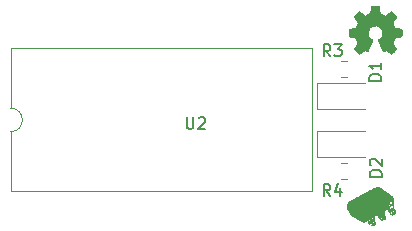
<source format=gto>
G04 #@! TF.GenerationSoftware,KiCad,Pcbnew,5.99.0-unknown-r17001-43768b71*
G04 #@! TF.CreationDate,2020-02-09T00:01:32+01:00*
G04 #@! TF.ProjectId,PD243X Display,50443234-3358-4204-9469-73706c61792e,1*
G04 #@! TF.SameCoordinates,Original*
G04 #@! TF.FileFunction,Legend,Top*
G04 #@! TF.FilePolarity,Positive*
%FSLAX46Y46*%
G04 Gerber Fmt 4.6, Leading zero omitted, Abs format (unit mm)*
G04 Created by KiCad (PCBNEW 5.99.0-unknown-r17001-43768b71) date 2020-02-09 00:01:32*
%MOMM*%
%LPD*%
G04 APERTURE LIST*
%ADD10C,0.011561*%
%ADD11C,0.120000*%
%ADD12C,0.010000*%
%ADD13C,0.150000*%
G04 APERTURE END LIST*
G36*
X123653573Y-92657311D02*
G01*
X123662107Y-92659200D01*
X123669748Y-92662166D01*
X123676416Y-92666263D01*
X123682030Y-92671549D01*
X123686510Y-92678079D01*
X123689775Y-92685910D01*
X123691745Y-92695098D01*
X123692339Y-92705698D01*
X123700885Y-92711089D01*
X123708451Y-92716504D01*
X123715074Y-92721939D01*
X123720792Y-92727386D01*
X123725640Y-92732839D01*
X123729657Y-92738292D01*
X123732879Y-92743739D01*
X123735343Y-92749173D01*
X123737086Y-92754588D01*
X123738145Y-92759977D01*
X123738558Y-92765335D01*
X123738360Y-92770654D01*
X123737590Y-92775929D01*
X123736284Y-92781153D01*
X123734479Y-92786321D01*
X123732213Y-92791424D01*
X123729521Y-92796458D01*
X123726442Y-92801416D01*
X123723012Y-92806292D01*
X123719268Y-92811079D01*
X123710987Y-92820361D01*
X123701894Y-92829212D01*
X123692286Y-92837582D01*
X123682460Y-92845419D01*
X123672710Y-92852674D01*
X123663332Y-92859296D01*
X123652202Y-92855068D01*
X123641333Y-92851392D01*
X123630936Y-92848344D01*
X123621222Y-92845999D01*
X123612401Y-92844434D01*
X123608391Y-92843968D01*
X123604684Y-92843725D01*
X123601304Y-92843716D01*
X123598280Y-92843949D01*
X123595637Y-92844435D01*
X123593401Y-92845182D01*
X123591599Y-92846200D01*
X123590257Y-92847499D01*
X123589401Y-92849088D01*
X123589058Y-92850978D01*
X123589253Y-92853176D01*
X123590014Y-92855693D01*
X123591367Y-92858539D01*
X123593337Y-92861723D01*
X123595952Y-92865254D01*
X123599237Y-92869142D01*
X123603219Y-92873396D01*
X123607924Y-92878027D01*
X123613378Y-92883043D01*
X123619608Y-92888454D01*
X123626640Y-92894270D01*
X123634499Y-92900499D01*
X123604299Y-92903684D01*
X123573099Y-92904576D01*
X123560911Y-92906825D01*
X123549439Y-92908647D01*
X123538652Y-92910047D01*
X123528521Y-92911031D01*
X123519017Y-92911601D01*
X123510108Y-92911764D01*
X123501766Y-92911525D01*
X123493961Y-92910888D01*
X123486662Y-92909858D01*
X123479841Y-92908439D01*
X123473468Y-92906638D01*
X123467512Y-92904458D01*
X123461944Y-92901904D01*
X123456734Y-92898982D01*
X123451853Y-92895696D01*
X123447270Y-92892050D01*
X123442956Y-92888051D01*
X123438881Y-92883702D01*
X123435016Y-92879009D01*
X123431330Y-92873976D01*
X123424379Y-92862911D01*
X123417788Y-92850545D01*
X123411321Y-92836918D01*
X123404738Y-92822068D01*
X123390276Y-92788854D01*
X123396082Y-92781756D01*
X123402926Y-92774387D01*
X123419413Y-92759060D01*
X123439091Y-92743323D01*
X123461318Y-92727624D01*
X123485449Y-92712414D01*
X123510839Y-92698140D01*
X123536846Y-92685252D01*
X123562824Y-92674198D01*
X123575602Y-92669500D01*
X123588130Y-92665428D01*
X123600330Y-92662040D01*
X123612120Y-92659391D01*
X123623419Y-92657538D01*
X123634149Y-92656536D01*
X123644226Y-92656441D01*
X123653573Y-92657311D01*
G37*
D10*
X123653573Y-92657311D02*
X123662107Y-92659200D01*
X123669748Y-92662166D01*
X123676416Y-92666263D01*
X123682030Y-92671549D01*
X123686510Y-92678079D01*
X123689775Y-92685910D01*
X123691745Y-92695098D01*
X123692339Y-92705698D01*
X123700885Y-92711089D01*
X123708451Y-92716504D01*
X123715074Y-92721939D01*
X123720792Y-92727386D01*
X123725640Y-92732839D01*
X123729657Y-92738292D01*
X123732879Y-92743739D01*
X123735343Y-92749173D01*
X123737086Y-92754588D01*
X123738145Y-92759977D01*
X123738558Y-92765335D01*
X123738360Y-92770654D01*
X123737590Y-92775929D01*
X123736284Y-92781153D01*
X123734479Y-92786321D01*
X123732213Y-92791424D01*
X123729521Y-92796458D01*
X123726442Y-92801416D01*
X123723012Y-92806292D01*
X123719268Y-92811079D01*
X123710987Y-92820361D01*
X123701894Y-92829212D01*
X123692286Y-92837582D01*
X123682460Y-92845419D01*
X123672710Y-92852674D01*
X123663332Y-92859296D01*
X123652202Y-92855068D01*
X123641333Y-92851392D01*
X123630936Y-92848344D01*
X123621222Y-92845999D01*
X123612401Y-92844434D01*
X123608391Y-92843968D01*
X123604684Y-92843725D01*
X123601304Y-92843716D01*
X123598280Y-92843949D01*
X123595637Y-92844435D01*
X123593401Y-92845182D01*
X123591599Y-92846200D01*
X123590257Y-92847499D01*
X123589401Y-92849088D01*
X123589058Y-92850978D01*
X123589253Y-92853176D01*
X123590014Y-92855693D01*
X123591367Y-92858539D01*
X123593337Y-92861723D01*
X123595952Y-92865254D01*
X123599237Y-92869142D01*
X123603219Y-92873396D01*
X123607924Y-92878027D01*
X123613378Y-92883043D01*
X123619608Y-92888454D01*
X123626640Y-92894270D01*
X123634499Y-92900499D01*
X123604299Y-92903684D01*
X123573099Y-92904576D01*
X123560911Y-92906825D01*
X123549439Y-92908647D01*
X123538652Y-92910047D01*
X123528521Y-92911031D01*
X123519017Y-92911601D01*
X123510108Y-92911764D01*
X123501766Y-92911525D01*
X123493961Y-92910888D01*
X123486662Y-92909858D01*
X123479841Y-92908439D01*
X123473468Y-92906638D01*
X123467512Y-92904458D01*
X123461944Y-92901904D01*
X123456734Y-92898982D01*
X123451853Y-92895696D01*
X123447270Y-92892050D01*
X123442956Y-92888051D01*
X123438881Y-92883702D01*
X123435016Y-92879009D01*
X123431330Y-92873976D01*
X123424379Y-92862911D01*
X123417788Y-92850545D01*
X123411321Y-92836918D01*
X123404738Y-92822068D01*
X123390276Y-92788854D01*
X123396082Y-92781756D01*
X123402926Y-92774387D01*
X123419413Y-92759060D01*
X123439091Y-92743323D01*
X123461318Y-92727624D01*
X123485449Y-92712414D01*
X123510839Y-92698140D01*
X123536846Y-92685252D01*
X123562824Y-92674198D01*
X123575602Y-92669500D01*
X123588130Y-92665428D01*
X123600330Y-92662040D01*
X123612120Y-92659391D01*
X123623419Y-92657538D01*
X123634149Y-92656536D01*
X123644226Y-92656441D01*
X123653573Y-92657311D01*
G36*
X123634500Y-92900500D02*
G01*
X123634499Y-92900499D01*
X123634500Y-92900499D01*
X123634500Y-92900500D01*
G37*
X123634500Y-92900500D02*
X123634499Y-92900499D01*
X123634500Y-92900499D01*
X123634500Y-92900500D01*
G36*
X124433187Y-92077880D02*
G01*
X124441870Y-92080047D01*
X124449640Y-92083686D01*
X124456431Y-92088885D01*
X124462175Y-92095736D01*
X124466807Y-92104328D01*
X124470260Y-92114752D01*
X124472467Y-92127096D01*
X124473363Y-92141451D01*
X124520648Y-92171569D01*
X124532340Y-92179419D01*
X124543706Y-92187717D01*
X124554606Y-92196621D01*
X124564905Y-92206290D01*
X124569785Y-92211462D01*
X124574464Y-92216884D01*
X124578923Y-92222577D01*
X124583146Y-92228562D01*
X124587115Y-92234857D01*
X124590813Y-92241482D01*
X124594223Y-92248459D01*
X124597328Y-92255805D01*
X124600111Y-92263542D01*
X124602554Y-92271690D01*
X124604640Y-92280267D01*
X124606352Y-92289295D01*
X124607673Y-92298792D01*
X124608585Y-92308779D01*
X124609072Y-92319276D01*
X124609116Y-92330303D01*
X124599428Y-92331135D01*
X124589822Y-92332392D01*
X124580301Y-92334049D01*
X124570868Y-92336078D01*
X124561527Y-92338452D01*
X124552283Y-92341144D01*
X124534095Y-92347376D01*
X124516332Y-92354559D01*
X124499025Y-92362477D01*
X124482199Y-92370915D01*
X124465886Y-92379659D01*
X124406314Y-92413380D01*
X124392985Y-92420422D01*
X124380338Y-92426477D01*
X124368402Y-92431331D01*
X124362710Y-92433241D01*
X124357206Y-92434769D01*
X124336051Y-92426523D01*
X124304038Y-92433324D01*
X124302348Y-92433674D01*
X124300877Y-92433156D01*
X124299595Y-92431834D01*
X124298474Y-92429771D01*
X124296595Y-92423677D01*
X124295005Y-92415384D01*
X124291753Y-92394238D01*
X124289622Y-92382403D01*
X124286842Y-92370406D01*
X124283177Y-92358755D01*
X124280940Y-92353220D01*
X124278393Y-92347962D01*
X124275509Y-92343045D01*
X124272257Y-92338533D01*
X124268607Y-92334491D01*
X124264531Y-92330980D01*
X124260000Y-92328066D01*
X124254984Y-92325811D01*
X124249453Y-92324280D01*
X124243378Y-92323536D01*
X124236731Y-92323642D01*
X124229481Y-92324663D01*
X124221600Y-92326662D01*
X124213057Y-92329702D01*
X124224497Y-92345607D01*
X124233269Y-92358608D01*
X124239527Y-92368893D01*
X124243423Y-92376648D01*
X124244533Y-92379635D01*
X124245110Y-92382059D01*
X124245173Y-92383943D01*
X124244741Y-92385311D01*
X124243833Y-92386186D01*
X124242469Y-92386592D01*
X124240667Y-92386551D01*
X124238446Y-92386087D01*
X124232825Y-92383983D01*
X124225759Y-92380466D01*
X124217400Y-92375722D01*
X124207902Y-92369938D01*
X124161571Y-92340118D01*
X124168312Y-92329394D01*
X124173612Y-92320038D01*
X124177562Y-92311962D01*
X124180257Y-92305075D01*
X124181789Y-92299289D01*
X124182252Y-92294514D01*
X124181739Y-92290662D01*
X124180342Y-92287644D01*
X124178154Y-92285369D01*
X124175269Y-92283750D01*
X124171781Y-92282696D01*
X124167780Y-92282119D01*
X124158619Y-92282039D01*
X124148530Y-92282796D01*
X124138257Y-92283678D01*
X124128545Y-92283971D01*
X124124132Y-92283673D01*
X124120138Y-92282962D01*
X124116657Y-92281746D01*
X124113782Y-92279937D01*
X124111605Y-92277447D01*
X124110220Y-92274185D01*
X124109719Y-92270063D01*
X124110196Y-92264991D01*
X124111744Y-92258881D01*
X124114457Y-92251643D01*
X124118425Y-92243188D01*
X124123744Y-92233428D01*
X124145727Y-92220414D01*
X124170174Y-92205012D01*
X124224336Y-92169917D01*
X124252986Y-92151665D01*
X124281973Y-92133901D01*
X124310765Y-92117346D01*
X124338831Y-92102718D01*
X124352425Y-92096353D01*
X124365638Y-92090739D01*
X124378403Y-92085966D01*
X124390654Y-92082126D01*
X124402324Y-92079307D01*
X124413348Y-92077600D01*
X124423657Y-92077094D01*
X124433187Y-92077880D01*
G37*
X124433187Y-92077880D02*
X124441870Y-92080047D01*
X124449640Y-92083686D01*
X124456431Y-92088885D01*
X124462175Y-92095736D01*
X124466807Y-92104328D01*
X124470260Y-92114752D01*
X124472467Y-92127096D01*
X124473363Y-92141451D01*
X124520648Y-92171569D01*
X124532340Y-92179419D01*
X124543706Y-92187717D01*
X124554606Y-92196621D01*
X124564905Y-92206290D01*
X124569785Y-92211462D01*
X124574464Y-92216884D01*
X124578923Y-92222577D01*
X124583146Y-92228562D01*
X124587115Y-92234857D01*
X124590813Y-92241482D01*
X124594223Y-92248459D01*
X124597328Y-92255805D01*
X124600111Y-92263542D01*
X124602554Y-92271690D01*
X124604640Y-92280267D01*
X124606352Y-92289295D01*
X124607673Y-92298792D01*
X124608585Y-92308779D01*
X124609072Y-92319276D01*
X124609116Y-92330303D01*
X124599428Y-92331135D01*
X124589822Y-92332392D01*
X124580301Y-92334049D01*
X124570868Y-92336078D01*
X124561527Y-92338452D01*
X124552283Y-92341144D01*
X124534095Y-92347376D01*
X124516332Y-92354559D01*
X124499025Y-92362477D01*
X124482199Y-92370915D01*
X124465886Y-92379659D01*
X124406314Y-92413380D01*
X124392985Y-92420422D01*
X124380338Y-92426477D01*
X124368402Y-92431331D01*
X124362710Y-92433241D01*
X124357206Y-92434769D01*
X124336051Y-92426523D01*
X124304038Y-92433324D01*
X124302348Y-92433674D01*
X124300877Y-92433156D01*
X124299595Y-92431834D01*
X124298474Y-92429771D01*
X124296595Y-92423677D01*
X124295005Y-92415384D01*
X124291753Y-92394238D01*
X124289622Y-92382403D01*
X124286842Y-92370406D01*
X124283177Y-92358755D01*
X124280940Y-92353220D01*
X124278393Y-92347962D01*
X124275509Y-92343045D01*
X124272257Y-92338533D01*
X124268607Y-92334491D01*
X124264531Y-92330980D01*
X124260000Y-92328066D01*
X124254984Y-92325811D01*
X124249453Y-92324280D01*
X124243378Y-92323536D01*
X124236731Y-92323642D01*
X124229481Y-92324663D01*
X124221600Y-92326662D01*
X124213057Y-92329702D01*
X124224497Y-92345607D01*
X124233269Y-92358608D01*
X124239527Y-92368893D01*
X124243423Y-92376648D01*
X124244533Y-92379635D01*
X124245110Y-92382059D01*
X124245173Y-92383943D01*
X124244741Y-92385311D01*
X124243833Y-92386186D01*
X124242469Y-92386592D01*
X124240667Y-92386551D01*
X124238446Y-92386087D01*
X124232825Y-92383983D01*
X124225759Y-92380466D01*
X124217400Y-92375722D01*
X124207902Y-92369938D01*
X124161571Y-92340118D01*
X124168312Y-92329394D01*
X124173612Y-92320038D01*
X124177562Y-92311962D01*
X124180257Y-92305075D01*
X124181789Y-92299289D01*
X124182252Y-92294514D01*
X124181739Y-92290662D01*
X124180342Y-92287644D01*
X124178154Y-92285369D01*
X124175269Y-92283750D01*
X124171781Y-92282696D01*
X124167780Y-92282119D01*
X124158619Y-92282039D01*
X124148530Y-92282796D01*
X124138257Y-92283678D01*
X124128545Y-92283971D01*
X124124132Y-92283673D01*
X124120138Y-92282962D01*
X124116657Y-92281746D01*
X124113782Y-92279937D01*
X124111605Y-92277447D01*
X124110220Y-92274185D01*
X124109719Y-92270063D01*
X124110196Y-92264991D01*
X124111744Y-92258881D01*
X124114457Y-92251643D01*
X124118425Y-92243188D01*
X124123744Y-92233428D01*
X124145727Y-92220414D01*
X124170174Y-92205012D01*
X124224336Y-92169917D01*
X124252986Y-92151665D01*
X124281973Y-92133901D01*
X124310765Y-92117346D01*
X124338831Y-92102718D01*
X124352425Y-92096353D01*
X124365638Y-92090739D01*
X124378403Y-92085966D01*
X124390654Y-92082126D01*
X124402324Y-92079307D01*
X124413348Y-92077600D01*
X124423657Y-92077094D01*
X124433187Y-92077880D01*
G36*
X123539061Y-92553131D02*
G01*
X123547093Y-92555071D01*
X123554489Y-92557964D01*
X123561225Y-92561684D01*
X123567278Y-92566106D01*
X123572622Y-92571104D01*
X123577234Y-92576551D01*
X123581088Y-92582323D01*
X123584162Y-92588292D01*
X123586429Y-92594334D01*
X123587866Y-92600323D01*
X123588448Y-92606133D01*
X123588151Y-92611637D01*
X123586951Y-92616711D01*
X123584823Y-92621228D01*
X123581743Y-92625063D01*
X123577685Y-92628090D01*
X123572627Y-92630182D01*
X123566543Y-92631215D01*
X123559410Y-92631062D01*
X123551202Y-92629598D01*
X123541895Y-92626696D01*
X123531465Y-92622231D01*
X123519887Y-92616078D01*
X123507138Y-92608110D01*
X123509499Y-92616296D01*
X123510227Y-92623642D01*
X123509446Y-92630203D01*
X123507277Y-92636033D01*
X123503843Y-92641186D01*
X123499266Y-92645717D01*
X123493669Y-92649681D01*
X123487174Y-92653132D01*
X123479904Y-92656124D01*
X123471980Y-92658712D01*
X123454664Y-92662895D01*
X123436204Y-92666115D01*
X123417579Y-92668809D01*
X123399770Y-92671412D01*
X123383755Y-92674361D01*
X123370514Y-92678091D01*
X123365239Y-92680386D01*
X123361025Y-92683039D01*
X123357994Y-92686106D01*
X123356269Y-92689640D01*
X123355971Y-92693697D01*
X123357224Y-92698330D01*
X123360149Y-92703595D01*
X123364869Y-92709546D01*
X123371507Y-92716237D01*
X123380185Y-92723722D01*
X123363930Y-92721778D01*
X123349695Y-92719536D01*
X123337397Y-92717009D01*
X123326954Y-92714214D01*
X123318284Y-92711165D01*
X123311306Y-92707876D01*
X123305937Y-92704363D01*
X123302096Y-92700641D01*
X123299699Y-92696724D01*
X123298666Y-92692627D01*
X123298914Y-92688365D01*
X123300362Y-92683952D01*
X123302927Y-92679405D01*
X123306527Y-92674736D01*
X123311080Y-92669963D01*
X123316505Y-92665098D01*
X123329640Y-92655155D01*
X123345276Y-92645028D01*
X123362757Y-92634833D01*
X123381428Y-92624691D01*
X123454879Y-92587019D01*
X123467112Y-92576805D01*
X123478906Y-92568551D01*
X123490234Y-92562130D01*
X123501075Y-92557418D01*
X123511402Y-92554287D01*
X123521192Y-92552613D01*
X123530420Y-92552270D01*
X123539061Y-92553131D01*
G37*
X123539061Y-92553131D02*
X123547093Y-92555071D01*
X123554489Y-92557964D01*
X123561225Y-92561684D01*
X123567278Y-92566106D01*
X123572622Y-92571104D01*
X123577234Y-92576551D01*
X123581088Y-92582323D01*
X123584162Y-92588292D01*
X123586429Y-92594334D01*
X123587866Y-92600323D01*
X123588448Y-92606133D01*
X123588151Y-92611637D01*
X123586951Y-92616711D01*
X123584823Y-92621228D01*
X123581743Y-92625063D01*
X123577685Y-92628090D01*
X123572627Y-92630182D01*
X123566543Y-92631215D01*
X123559410Y-92631062D01*
X123551202Y-92629598D01*
X123541895Y-92626696D01*
X123531465Y-92622231D01*
X123519887Y-92616078D01*
X123507138Y-92608110D01*
X123509499Y-92616296D01*
X123510227Y-92623642D01*
X123509446Y-92630203D01*
X123507277Y-92636033D01*
X123503843Y-92641186D01*
X123499266Y-92645717D01*
X123493669Y-92649681D01*
X123487174Y-92653132D01*
X123479904Y-92656124D01*
X123471980Y-92658712D01*
X123454664Y-92662895D01*
X123436204Y-92666115D01*
X123417579Y-92668809D01*
X123399770Y-92671412D01*
X123383755Y-92674361D01*
X123370514Y-92678091D01*
X123365239Y-92680386D01*
X123361025Y-92683039D01*
X123357994Y-92686106D01*
X123356269Y-92689640D01*
X123355971Y-92693697D01*
X123357224Y-92698330D01*
X123360149Y-92703595D01*
X123364869Y-92709546D01*
X123371507Y-92716237D01*
X123380185Y-92723722D01*
X123363930Y-92721778D01*
X123349695Y-92719536D01*
X123337397Y-92717009D01*
X123326954Y-92714214D01*
X123318284Y-92711165D01*
X123311306Y-92707876D01*
X123305937Y-92704363D01*
X123302096Y-92700641D01*
X123299699Y-92696724D01*
X123298666Y-92692627D01*
X123298914Y-92688365D01*
X123300362Y-92683952D01*
X123302927Y-92679405D01*
X123306527Y-92674736D01*
X123311080Y-92669963D01*
X123316505Y-92665098D01*
X123329640Y-92655155D01*
X123345276Y-92645028D01*
X123362757Y-92634833D01*
X123381428Y-92624691D01*
X123454879Y-92587019D01*
X123467112Y-92576805D01*
X123478906Y-92568551D01*
X123490234Y-92562130D01*
X123501075Y-92557418D01*
X123511402Y-92554287D01*
X123521192Y-92552613D01*
X123530420Y-92552270D01*
X123539061Y-92553131D01*
G36*
X124399404Y-92182205D02*
G01*
X124402967Y-92183075D01*
X124406679Y-92184378D01*
X124410463Y-92186053D01*
X124417953Y-92190276D01*
X124424838Y-92195257D01*
X124430521Y-92200508D01*
X124432725Y-92203083D01*
X124434403Y-92205542D01*
X124435481Y-92207826D01*
X124435885Y-92209873D01*
X124435538Y-92211622D01*
X124434368Y-92213013D01*
X124432298Y-92213984D01*
X124429255Y-92214474D01*
X124425162Y-92214423D01*
X124419946Y-92213770D01*
X124413532Y-92212453D01*
X124405844Y-92210412D01*
X124396808Y-92207586D01*
X124386350Y-92203915D01*
X124386350Y-92203916D01*
X124385213Y-92198148D01*
X124384897Y-92193360D01*
X124385328Y-92189493D01*
X124386431Y-92186485D01*
X124388131Y-92184276D01*
X124390353Y-92182804D01*
X124393022Y-92182009D01*
X124396064Y-92181830D01*
X124399404Y-92182205D01*
G37*
X124399404Y-92182205D02*
X124402967Y-92183075D01*
X124406679Y-92184378D01*
X124410463Y-92186053D01*
X124417953Y-92190276D01*
X124424838Y-92195257D01*
X124430521Y-92200508D01*
X124432725Y-92203083D01*
X124434403Y-92205542D01*
X124435481Y-92207826D01*
X124435885Y-92209873D01*
X124435538Y-92211622D01*
X124434368Y-92213013D01*
X124432298Y-92213984D01*
X124429255Y-92214474D01*
X124425162Y-92214423D01*
X124419946Y-92213770D01*
X124413532Y-92212453D01*
X124405844Y-92210412D01*
X124396808Y-92207586D01*
X124386350Y-92203915D01*
X124386350Y-92203916D01*
X124385213Y-92198148D01*
X124384897Y-92193360D01*
X124385328Y-92189493D01*
X124386431Y-92186485D01*
X124388131Y-92184276D01*
X124390353Y-92182804D01*
X124393022Y-92182009D01*
X124396064Y-92181830D01*
X124399404Y-92182205D01*
G36*
X125217272Y-91651626D02*
G01*
X125219797Y-91653291D01*
X125220565Y-91655779D01*
X125219392Y-91659140D01*
X125216095Y-91663422D01*
X125210488Y-91668677D01*
X125191611Y-91682303D01*
X125161288Y-91700416D01*
X125170312Y-91699677D01*
X125177990Y-91699426D01*
X125184384Y-91699636D01*
X125189559Y-91700278D01*
X125193577Y-91701327D01*
X125196501Y-91702753D01*
X125198395Y-91704528D01*
X125199322Y-91706626D01*
X125199344Y-91709019D01*
X125198524Y-91711677D01*
X125196927Y-91714575D01*
X125194615Y-91717684D01*
X125188099Y-91724424D01*
X125179480Y-91731676D01*
X125169263Y-91739218D01*
X125157954Y-91746827D01*
X125146058Y-91754283D01*
X125134078Y-91761362D01*
X125111892Y-91773504D01*
X125095433Y-91781479D01*
X125094709Y-91783071D01*
X125093887Y-91784567D01*
X125092974Y-91785970D01*
X125091973Y-91787283D01*
X125090890Y-91788508D01*
X125089729Y-91789648D01*
X125088497Y-91790705D01*
X125087196Y-91791682D01*
X125085834Y-91792582D01*
X125084413Y-91793406D01*
X125082941Y-91794158D01*
X125081420Y-91794839D01*
X125078256Y-91796001D01*
X125074961Y-91796913D01*
X125071573Y-91797595D01*
X125068134Y-91798066D01*
X125064682Y-91798348D01*
X125061257Y-91798459D01*
X125057898Y-91798421D01*
X125054645Y-91798253D01*
X125051537Y-91797975D01*
X125048615Y-91797607D01*
X125037914Y-91794161D01*
X125029340Y-91790734D01*
X125022759Y-91787329D01*
X125018038Y-91783955D01*
X125015042Y-91780616D01*
X125013639Y-91777318D01*
X125013693Y-91774068D01*
X125015072Y-91770871D01*
X125017642Y-91767734D01*
X125021269Y-91764661D01*
X125031157Y-91758735D01*
X125043669Y-91753140D01*
X125057733Y-91747924D01*
X125108111Y-91731789D01*
X125113885Y-91729174D01*
X125115014Y-91728112D01*
X125114791Y-91727221D01*
X125113085Y-91726508D01*
X125109760Y-91725978D01*
X125097719Y-91725491D01*
X125089843Y-91722019D01*
X125084444Y-91718221D01*
X125081338Y-91714148D01*
X125080341Y-91709848D01*
X125081269Y-91705373D01*
X125083937Y-91700771D01*
X125088163Y-91696093D01*
X125093761Y-91691389D01*
X125108338Y-91682102D01*
X125126198Y-91673309D01*
X125145866Y-91665409D01*
X125165870Y-91658802D01*
X125184738Y-91653888D01*
X125200997Y-91651065D01*
X125213174Y-91650733D01*
X125217272Y-91651626D01*
G37*
X125217272Y-91651626D02*
X125219797Y-91653291D01*
X125220565Y-91655779D01*
X125219392Y-91659140D01*
X125216095Y-91663422D01*
X125210488Y-91668677D01*
X125191611Y-91682303D01*
X125161288Y-91700416D01*
X125170312Y-91699677D01*
X125177990Y-91699426D01*
X125184384Y-91699636D01*
X125189559Y-91700278D01*
X125193577Y-91701327D01*
X125196501Y-91702753D01*
X125198395Y-91704528D01*
X125199322Y-91706626D01*
X125199344Y-91709019D01*
X125198524Y-91711677D01*
X125196927Y-91714575D01*
X125194615Y-91717684D01*
X125188099Y-91724424D01*
X125179480Y-91731676D01*
X125169263Y-91739218D01*
X125157954Y-91746827D01*
X125146058Y-91754283D01*
X125134078Y-91761362D01*
X125111892Y-91773504D01*
X125095433Y-91781479D01*
X125094709Y-91783071D01*
X125093887Y-91784567D01*
X125092974Y-91785970D01*
X125091973Y-91787283D01*
X125090890Y-91788508D01*
X125089729Y-91789648D01*
X125088497Y-91790705D01*
X125087196Y-91791682D01*
X125085834Y-91792582D01*
X125084413Y-91793406D01*
X125082941Y-91794158D01*
X125081420Y-91794839D01*
X125078256Y-91796001D01*
X125074961Y-91796913D01*
X125071573Y-91797595D01*
X125068134Y-91798066D01*
X125064682Y-91798348D01*
X125061257Y-91798459D01*
X125057898Y-91798421D01*
X125054645Y-91798253D01*
X125051537Y-91797975D01*
X125048615Y-91797607D01*
X125037914Y-91794161D01*
X125029340Y-91790734D01*
X125022759Y-91787329D01*
X125018038Y-91783955D01*
X125015042Y-91780616D01*
X125013639Y-91777318D01*
X125013693Y-91774068D01*
X125015072Y-91770871D01*
X125017642Y-91767734D01*
X125021269Y-91764661D01*
X125031157Y-91758735D01*
X125043669Y-91753140D01*
X125057733Y-91747924D01*
X125108111Y-91731789D01*
X125113885Y-91729174D01*
X125115014Y-91728112D01*
X125114791Y-91727221D01*
X125113085Y-91726508D01*
X125109760Y-91725978D01*
X125097719Y-91725491D01*
X125089843Y-91722019D01*
X125084444Y-91718221D01*
X125081338Y-91714148D01*
X125080341Y-91709848D01*
X125081269Y-91705373D01*
X125083937Y-91700771D01*
X125088163Y-91696093D01*
X125093761Y-91691389D01*
X125108338Y-91682102D01*
X125126198Y-91673309D01*
X125145866Y-91665409D01*
X125165870Y-91658802D01*
X125184738Y-91653888D01*
X125200997Y-91651065D01*
X125213174Y-91650733D01*
X125217272Y-91651626D01*
G36*
X124384790Y-92488332D02*
G01*
X124377229Y-92489222D01*
X124370802Y-92490454D01*
X124365434Y-92492003D01*
X124361053Y-92493844D01*
X124357584Y-92495951D01*
X124354956Y-92498300D01*
X124353094Y-92500865D01*
X124351925Y-92503621D01*
X124351377Y-92506544D01*
X124351374Y-92509608D01*
X124351845Y-92512787D01*
X124352716Y-92516058D01*
X124355363Y-92522770D01*
X124358731Y-92529545D01*
X124362231Y-92536180D01*
X124365277Y-92542476D01*
X124366447Y-92545434D01*
X124367283Y-92548231D01*
X124367713Y-92550843D01*
X124367663Y-92553245D01*
X124367059Y-92555411D01*
X124365829Y-92557316D01*
X124363898Y-92558935D01*
X124361195Y-92560243D01*
X124357644Y-92561215D01*
X124353174Y-92561826D01*
X124347710Y-92562051D01*
X124341180Y-92561864D01*
X124337289Y-92560350D01*
X124333549Y-92559496D01*
X124329951Y-92559253D01*
X124326488Y-92559569D01*
X124323152Y-92560394D01*
X124319935Y-92561675D01*
X124316830Y-92563362D01*
X124313827Y-92565405D01*
X124310920Y-92567751D01*
X124308101Y-92570350D01*
X124302694Y-92576101D01*
X124292586Y-92588390D01*
X124287759Y-92594110D01*
X124282999Y-92599002D01*
X124280625Y-92601010D01*
X124278245Y-92602657D01*
X124275849Y-92603894D01*
X124273432Y-92604667D01*
X124270984Y-92604928D01*
X124268498Y-92604624D01*
X124265966Y-92603704D01*
X124263380Y-92602117D01*
X124260733Y-92599813D01*
X124258016Y-92596740D01*
X124255222Y-92592847D01*
X124252342Y-92588083D01*
X124236121Y-92581303D01*
X124222240Y-92574757D01*
X124210596Y-92568445D01*
X124201086Y-92562367D01*
X124193608Y-92556524D01*
X124188059Y-92550915D01*
X124184336Y-92545541D01*
X124182337Y-92540403D01*
X124181960Y-92535500D01*
X124183101Y-92530832D01*
X124185658Y-92526401D01*
X124189529Y-92522206D01*
X124194611Y-92518248D01*
X124200801Y-92514526D01*
X124216096Y-92507794D01*
X124234594Y-92502013D01*
X124255472Y-92497184D01*
X124277911Y-92493310D01*
X124301091Y-92490392D01*
X124324189Y-92488434D01*
X124346385Y-92487436D01*
X124366859Y-92487401D01*
X124384790Y-92488332D01*
G37*
X124384790Y-92488332D02*
X124377229Y-92489222D01*
X124370802Y-92490454D01*
X124365434Y-92492003D01*
X124361053Y-92493844D01*
X124357584Y-92495951D01*
X124354956Y-92498300D01*
X124353094Y-92500865D01*
X124351925Y-92503621D01*
X124351377Y-92506544D01*
X124351374Y-92509608D01*
X124351845Y-92512787D01*
X124352716Y-92516058D01*
X124355363Y-92522770D01*
X124358731Y-92529545D01*
X124362231Y-92536180D01*
X124365277Y-92542476D01*
X124366447Y-92545434D01*
X124367283Y-92548231D01*
X124367713Y-92550843D01*
X124367663Y-92553245D01*
X124367059Y-92555411D01*
X124365829Y-92557316D01*
X124363898Y-92558935D01*
X124361195Y-92560243D01*
X124357644Y-92561215D01*
X124353174Y-92561826D01*
X124347710Y-92562051D01*
X124341180Y-92561864D01*
X124337289Y-92560350D01*
X124333549Y-92559496D01*
X124329951Y-92559253D01*
X124326488Y-92559569D01*
X124323152Y-92560394D01*
X124319935Y-92561675D01*
X124316830Y-92563362D01*
X124313827Y-92565405D01*
X124310920Y-92567751D01*
X124308101Y-92570350D01*
X124302694Y-92576101D01*
X124292586Y-92588390D01*
X124287759Y-92594110D01*
X124282999Y-92599002D01*
X124280625Y-92601010D01*
X124278245Y-92602657D01*
X124275849Y-92603894D01*
X124273432Y-92604667D01*
X124270984Y-92604928D01*
X124268498Y-92604624D01*
X124265966Y-92603704D01*
X124263380Y-92602117D01*
X124260733Y-92599813D01*
X124258016Y-92596740D01*
X124255222Y-92592847D01*
X124252342Y-92588083D01*
X124236121Y-92581303D01*
X124222240Y-92574757D01*
X124210596Y-92568445D01*
X124201086Y-92562367D01*
X124193608Y-92556524D01*
X124188059Y-92550915D01*
X124184336Y-92545541D01*
X124182337Y-92540403D01*
X124181960Y-92535500D01*
X124183101Y-92530832D01*
X124185658Y-92526401D01*
X124189529Y-92522206D01*
X124194611Y-92518248D01*
X124200801Y-92514526D01*
X124216096Y-92507794D01*
X124234594Y-92502013D01*
X124255472Y-92497184D01*
X124277911Y-92493310D01*
X124301091Y-92490392D01*
X124324189Y-92488434D01*
X124346385Y-92487436D01*
X124366859Y-92487401D01*
X124384790Y-92488332D01*
G36*
X124674147Y-92518736D02*
G01*
X124677426Y-92520978D01*
X124680625Y-92524636D01*
X124683740Y-92529619D01*
X124689713Y-92543198D01*
X124695325Y-92560996D01*
X124700560Y-92582289D01*
X124705400Y-92606356D01*
X124709826Y-92632477D01*
X124717365Y-92687991D01*
X124723036Y-92743060D01*
X124726694Y-92791911D01*
X124728197Y-92828773D01*
X124732626Y-92839771D01*
X124736229Y-92849409D01*
X124739044Y-92857764D01*
X124741109Y-92864910D01*
X124742464Y-92870923D01*
X124743147Y-92875877D01*
X124743197Y-92879849D01*
X124742653Y-92882912D01*
X124741553Y-92885144D01*
X124739936Y-92886618D01*
X124737841Y-92887411D01*
X124735307Y-92887596D01*
X124732371Y-92887251D01*
X124729074Y-92886449D01*
X124721548Y-92883777D01*
X124703852Y-92876272D01*
X124694303Y-92872642D01*
X124689488Y-92871121D01*
X124684699Y-92869897D01*
X124679973Y-92869044D01*
X124675349Y-92868638D01*
X124670866Y-92868754D01*
X124666563Y-92869467D01*
X124662479Y-92870853D01*
X124658652Y-92872987D01*
X124655121Y-92875944D01*
X124651924Y-92879799D01*
X124648675Y-92883945D01*
X124645787Y-92887303D01*
X124643243Y-92889917D01*
X124641025Y-92891832D01*
X124639118Y-92893090D01*
X124637506Y-92893736D01*
X124636170Y-92893814D01*
X124635096Y-92893367D01*
X124634266Y-92892439D01*
X124633664Y-92891073D01*
X124633272Y-92889315D01*
X124633076Y-92887207D01*
X124633200Y-92882117D01*
X124633903Y-92876155D01*
X124635053Y-92869670D01*
X124636517Y-92863013D01*
X124639857Y-92850584D01*
X124641467Y-92845513D01*
X124642861Y-92841671D01*
X124643906Y-92839408D01*
X124644171Y-92839082D01*
X124635306Y-92839294D01*
X124626927Y-92839053D01*
X124619288Y-92838381D01*
X124612345Y-92837312D01*
X124606053Y-92835876D01*
X124600369Y-92834104D01*
X124595248Y-92832028D01*
X124590647Y-92829680D01*
X124586521Y-92827090D01*
X124582827Y-92824290D01*
X124579519Y-92821311D01*
X124576555Y-92818185D01*
X124573891Y-92814943D01*
X124571481Y-92811616D01*
X124567251Y-92804835D01*
X124559915Y-92791634D01*
X124558058Y-92788593D01*
X124556104Y-92785718D01*
X124554009Y-92783040D01*
X124551728Y-92780591D01*
X124549218Y-92778403D01*
X124546434Y-92776506D01*
X124543333Y-92774932D01*
X124539871Y-92773712D01*
X124536003Y-92772878D01*
X124531685Y-92772460D01*
X124526873Y-92772491D01*
X124521524Y-92773002D01*
X124525919Y-92781855D01*
X124528366Y-92790281D01*
X124529002Y-92798262D01*
X124527965Y-92805782D01*
X124525392Y-92812821D01*
X124521420Y-92819363D01*
X124516186Y-92825390D01*
X124509827Y-92830883D01*
X124502480Y-92835826D01*
X124494283Y-92840200D01*
X124485373Y-92843987D01*
X124475887Y-92847171D01*
X124465961Y-92849732D01*
X124455734Y-92851654D01*
X124445342Y-92852918D01*
X124434923Y-92853507D01*
X124424613Y-92853403D01*
X124414550Y-92852588D01*
X124404871Y-92851045D01*
X124395713Y-92848756D01*
X124387213Y-92845703D01*
X124379508Y-92841868D01*
X124372736Y-92837233D01*
X124367034Y-92831781D01*
X124362539Y-92825494D01*
X124359387Y-92818354D01*
X124357717Y-92810344D01*
X124357664Y-92801445D01*
X124359368Y-92791641D01*
X124362964Y-92780912D01*
X124368589Y-92769242D01*
X124376382Y-92756612D01*
X124378477Y-92742180D01*
X124381737Y-92728897D01*
X124386089Y-92716695D01*
X124391462Y-92705504D01*
X124397783Y-92695255D01*
X124404980Y-92685878D01*
X124412982Y-92677305D01*
X124421715Y-92669466D01*
X124431109Y-92662291D01*
X124441092Y-92655712D01*
X124451591Y-92649659D01*
X124462534Y-92644063D01*
X124485465Y-92633965D01*
X124509310Y-92624863D01*
X124557437Y-92607430D01*
X124580567Y-92597991D01*
X124602307Y-92587331D01*
X124612475Y-92581370D01*
X124622080Y-92574897D01*
X124631050Y-92567840D01*
X124639311Y-92560133D01*
X124646794Y-92551704D01*
X124653425Y-92542485D01*
X124659132Y-92532407D01*
X124663844Y-92521400D01*
X124667353Y-92518856D01*
X124670788Y-92517998D01*
X124674147Y-92518736D01*
G37*
X124674147Y-92518736D02*
X124677426Y-92520978D01*
X124680625Y-92524636D01*
X124683740Y-92529619D01*
X124689713Y-92543198D01*
X124695325Y-92560996D01*
X124700560Y-92582289D01*
X124705400Y-92606356D01*
X124709826Y-92632477D01*
X124717365Y-92687991D01*
X124723036Y-92743060D01*
X124726694Y-92791911D01*
X124728197Y-92828773D01*
X124732626Y-92839771D01*
X124736229Y-92849409D01*
X124739044Y-92857764D01*
X124741109Y-92864910D01*
X124742464Y-92870923D01*
X124743147Y-92875877D01*
X124743197Y-92879849D01*
X124742653Y-92882912D01*
X124741553Y-92885144D01*
X124739936Y-92886618D01*
X124737841Y-92887411D01*
X124735307Y-92887596D01*
X124732371Y-92887251D01*
X124729074Y-92886449D01*
X124721548Y-92883777D01*
X124703852Y-92876272D01*
X124694303Y-92872642D01*
X124689488Y-92871121D01*
X124684699Y-92869897D01*
X124679973Y-92869044D01*
X124675349Y-92868638D01*
X124670866Y-92868754D01*
X124666563Y-92869467D01*
X124662479Y-92870853D01*
X124658652Y-92872987D01*
X124655121Y-92875944D01*
X124651924Y-92879799D01*
X124648675Y-92883945D01*
X124645787Y-92887303D01*
X124643243Y-92889917D01*
X124641025Y-92891832D01*
X124639118Y-92893090D01*
X124637506Y-92893736D01*
X124636170Y-92893814D01*
X124635096Y-92893367D01*
X124634266Y-92892439D01*
X124633664Y-92891073D01*
X124633272Y-92889315D01*
X124633076Y-92887207D01*
X124633200Y-92882117D01*
X124633903Y-92876155D01*
X124635053Y-92869670D01*
X124636517Y-92863013D01*
X124639857Y-92850584D01*
X124641467Y-92845513D01*
X124642861Y-92841671D01*
X124643906Y-92839408D01*
X124644171Y-92839082D01*
X124635306Y-92839294D01*
X124626927Y-92839053D01*
X124619288Y-92838381D01*
X124612345Y-92837312D01*
X124606053Y-92835876D01*
X124600369Y-92834104D01*
X124595248Y-92832028D01*
X124590647Y-92829680D01*
X124586521Y-92827090D01*
X124582827Y-92824290D01*
X124579519Y-92821311D01*
X124576555Y-92818185D01*
X124573891Y-92814943D01*
X124571481Y-92811616D01*
X124567251Y-92804835D01*
X124559915Y-92791634D01*
X124558058Y-92788593D01*
X124556104Y-92785718D01*
X124554009Y-92783040D01*
X124551728Y-92780591D01*
X124549218Y-92778403D01*
X124546434Y-92776506D01*
X124543333Y-92774932D01*
X124539871Y-92773712D01*
X124536003Y-92772878D01*
X124531685Y-92772460D01*
X124526873Y-92772491D01*
X124521524Y-92773002D01*
X124525919Y-92781855D01*
X124528366Y-92790281D01*
X124529002Y-92798262D01*
X124527965Y-92805782D01*
X124525392Y-92812821D01*
X124521420Y-92819363D01*
X124516186Y-92825390D01*
X124509827Y-92830883D01*
X124502480Y-92835826D01*
X124494283Y-92840200D01*
X124485373Y-92843987D01*
X124475887Y-92847171D01*
X124465961Y-92849732D01*
X124455734Y-92851654D01*
X124445342Y-92852918D01*
X124434923Y-92853507D01*
X124424613Y-92853403D01*
X124414550Y-92852588D01*
X124404871Y-92851045D01*
X124395713Y-92848756D01*
X124387213Y-92845703D01*
X124379508Y-92841868D01*
X124372736Y-92837233D01*
X124367034Y-92831781D01*
X124362539Y-92825494D01*
X124359387Y-92818354D01*
X124357717Y-92810344D01*
X124357664Y-92801445D01*
X124359368Y-92791641D01*
X124362964Y-92780912D01*
X124368589Y-92769242D01*
X124376382Y-92756612D01*
X124378477Y-92742180D01*
X124381737Y-92728897D01*
X124386089Y-92716695D01*
X124391462Y-92705504D01*
X124397783Y-92695255D01*
X124404980Y-92685878D01*
X124412982Y-92677305D01*
X124421715Y-92669466D01*
X124431109Y-92662291D01*
X124441092Y-92655712D01*
X124451591Y-92649659D01*
X124462534Y-92644063D01*
X124485465Y-92633965D01*
X124509310Y-92624863D01*
X124557437Y-92607430D01*
X124580567Y-92597991D01*
X124602307Y-92587331D01*
X124612475Y-92581370D01*
X124622080Y-92574897D01*
X124631050Y-92567840D01*
X124639311Y-92560133D01*
X124646794Y-92551704D01*
X124653425Y-92542485D01*
X124659132Y-92532407D01*
X124663844Y-92521400D01*
X124667353Y-92518856D01*
X124670788Y-92517998D01*
X124674147Y-92518736D01*
G36*
X123798926Y-93242527D02*
G01*
X123808166Y-93243588D01*
X123817411Y-93245318D01*
X123835259Y-93250572D01*
X123843529Y-93253990D01*
X123851144Y-93257865D01*
X123857937Y-93262143D01*
X123863742Y-93266772D01*
X123868395Y-93271698D01*
X123871729Y-93276869D01*
X123873580Y-93282231D01*
X123873780Y-93287732D01*
X123872166Y-93293318D01*
X123868571Y-93298936D01*
X123862830Y-93304533D01*
X123854777Y-93310057D01*
X123844247Y-93315453D01*
X123831074Y-93320669D01*
X123829327Y-93322154D01*
X123827524Y-93323501D01*
X123825669Y-93324714D01*
X123823765Y-93325799D01*
X123821815Y-93326764D01*
X123819821Y-93327612D01*
X123817788Y-93328349D01*
X123815717Y-93328982D01*
X123811478Y-93329958D01*
X123807127Y-93330583D01*
X123802690Y-93330904D01*
X123798191Y-93330966D01*
X123793656Y-93330815D01*
X123789107Y-93330496D01*
X123780071Y-93329538D01*
X123771281Y-93328456D01*
X123762933Y-93327615D01*
X123754702Y-93313741D01*
X123748796Y-93301279D01*
X123745047Y-93290175D01*
X123743292Y-93280377D01*
X123743364Y-93271832D01*
X123745098Y-93264485D01*
X123748328Y-93258285D01*
X123752889Y-93253179D01*
X123758615Y-93249112D01*
X123765341Y-93246033D01*
X123772900Y-93243888D01*
X123781128Y-93242624D01*
X123789858Y-93242188D01*
X123798926Y-93242527D01*
G37*
X123798926Y-93242527D02*
X123808166Y-93243588D01*
X123817411Y-93245318D01*
X123835259Y-93250572D01*
X123843529Y-93253990D01*
X123851144Y-93257865D01*
X123857937Y-93262143D01*
X123863742Y-93266772D01*
X123868395Y-93271698D01*
X123871729Y-93276869D01*
X123873580Y-93282231D01*
X123873780Y-93287732D01*
X123872166Y-93293318D01*
X123868571Y-93298936D01*
X123862830Y-93304533D01*
X123854777Y-93310057D01*
X123844247Y-93315453D01*
X123831074Y-93320669D01*
X123829327Y-93322154D01*
X123827524Y-93323501D01*
X123825669Y-93324714D01*
X123823765Y-93325799D01*
X123821815Y-93326764D01*
X123819821Y-93327612D01*
X123817788Y-93328349D01*
X123815717Y-93328982D01*
X123811478Y-93329958D01*
X123807127Y-93330583D01*
X123802690Y-93330904D01*
X123798191Y-93330966D01*
X123793656Y-93330815D01*
X123789107Y-93330496D01*
X123780071Y-93329538D01*
X123771281Y-93328456D01*
X123762933Y-93327615D01*
X123754702Y-93313741D01*
X123748796Y-93301279D01*
X123745047Y-93290175D01*
X123743292Y-93280377D01*
X123743364Y-93271832D01*
X123745098Y-93264485D01*
X123748328Y-93258285D01*
X123752889Y-93253179D01*
X123758615Y-93249112D01*
X123765341Y-93246033D01*
X123772900Y-93243888D01*
X123781128Y-93242624D01*
X123789858Y-93242188D01*
X123798926Y-93242527D01*
G36*
X124250840Y-90491749D02*
G01*
X124266760Y-90495760D01*
X124297944Y-90505535D01*
X124328329Y-90517436D01*
X124358008Y-90531210D01*
X124387071Y-90546606D01*
X124415612Y-90563371D01*
X124443722Y-90581254D01*
X124471493Y-90600001D01*
X124581020Y-90678598D01*
X124608472Y-90697889D01*
X124636136Y-90716531D01*
X124664104Y-90734273D01*
X124692468Y-90750864D01*
X124780915Y-90812485D01*
X124870224Y-90872954D01*
X125049678Y-90992755D01*
X125138950Y-91053246D01*
X125227337Y-91114904D01*
X125314403Y-91178308D01*
X125399710Y-91244039D01*
X125430676Y-91292901D01*
X125462690Y-91344579D01*
X125478404Y-91371276D01*
X125493555Y-91398438D01*
X125507869Y-91425985D01*
X125521072Y-91453838D01*
X125532889Y-91481918D01*
X125543044Y-91510144D01*
X125551263Y-91538436D01*
X125557271Y-91566716D01*
X125559361Y-91580826D01*
X125560794Y-91594903D01*
X125561538Y-91608937D01*
X125561557Y-91622917D01*
X125560817Y-91636835D01*
X125559285Y-91650680D01*
X125556925Y-91664442D01*
X125553703Y-91678111D01*
X125552515Y-91687026D01*
X125550707Y-91695430D01*
X125548342Y-91703354D01*
X125545485Y-91710835D01*
X125542201Y-91717906D01*
X125538552Y-91724602D01*
X125534603Y-91730956D01*
X125530419Y-91737003D01*
X125521600Y-91748314D01*
X125512606Y-91758809D01*
X125503952Y-91768761D01*
X125496150Y-91778444D01*
X125492729Y-91783271D01*
X125489713Y-91788134D01*
X125487166Y-91793067D01*
X125485153Y-91798103D01*
X125483738Y-91803279D01*
X125482984Y-91808627D01*
X125482956Y-91814182D01*
X125483718Y-91819979D01*
X125485334Y-91826051D01*
X125487868Y-91832433D01*
X125491384Y-91839159D01*
X125495947Y-91846263D01*
X125501620Y-91853780D01*
X125508468Y-91861744D01*
X125516554Y-91870190D01*
X125525943Y-91879150D01*
X125528760Y-91893880D01*
X125531254Y-91914207D01*
X125535159Y-91966520D01*
X125537438Y-92025826D01*
X125537871Y-92081862D01*
X125536239Y-92124364D01*
X125534579Y-92137331D01*
X125533527Y-92141183D01*
X125532321Y-92143067D01*
X125530958Y-92142821D01*
X125529436Y-92140286D01*
X125525897Y-92127707D01*
X125521676Y-92104047D01*
X125516747Y-92068022D01*
X125511968Y-92052875D01*
X125506209Y-92040674D01*
X125499551Y-92031213D01*
X125492078Y-92024283D01*
X125483871Y-92019676D01*
X125475014Y-92017185D01*
X125465588Y-92016601D01*
X125455675Y-92017716D01*
X125445359Y-92020322D01*
X125434722Y-92024212D01*
X125412813Y-92035009D01*
X125390607Y-92048444D01*
X125368765Y-92062852D01*
X125347946Y-92076570D01*
X125328808Y-92087934D01*
X125320076Y-92092213D01*
X125312012Y-92095279D01*
X125304698Y-92096925D01*
X125298216Y-92096943D01*
X125292650Y-92095124D01*
X125288081Y-92091261D01*
X125284591Y-92085145D01*
X125282264Y-92076569D01*
X125281182Y-92065324D01*
X125281427Y-92051203D01*
X125283081Y-92033997D01*
X125286228Y-92013500D01*
X125278933Y-92002288D01*
X125274346Y-91992415D01*
X125272279Y-91983778D01*
X125272543Y-91976271D01*
X125274949Y-91969790D01*
X125279309Y-91964230D01*
X125285434Y-91959488D01*
X125293136Y-91955459D01*
X125302226Y-91952039D01*
X125312515Y-91949123D01*
X125335936Y-91944386D01*
X125388874Y-91936371D01*
X125415374Y-91931423D01*
X125439881Y-91924734D01*
X125450916Y-91920477D01*
X125460888Y-91915471D01*
X125469607Y-91909612D01*
X125476886Y-91902797D01*
X125482535Y-91894920D01*
X125486366Y-91885878D01*
X125488191Y-91875566D01*
X125487820Y-91863879D01*
X125485066Y-91850714D01*
X125479739Y-91835966D01*
X125471651Y-91819530D01*
X125460614Y-91801302D01*
X125465400Y-91790342D01*
X125468488Y-91780056D01*
X125469968Y-91770441D01*
X125469931Y-91761494D01*
X125468464Y-91753214D01*
X125465660Y-91745598D01*
X125461607Y-91738644D01*
X125456395Y-91732350D01*
X125450114Y-91726713D01*
X125442854Y-91721731D01*
X125434705Y-91717402D01*
X125425757Y-91713723D01*
X125416099Y-91710693D01*
X125405821Y-91708309D01*
X125395014Y-91706568D01*
X125383767Y-91705469D01*
X125372170Y-91705010D01*
X125360313Y-91705187D01*
X125348285Y-91705999D01*
X125336177Y-91707443D01*
X125324079Y-91709517D01*
X125312079Y-91712219D01*
X125300269Y-91715547D01*
X125288738Y-91719498D01*
X125277575Y-91724071D01*
X125266872Y-91729261D01*
X125256716Y-91735069D01*
X125247200Y-91741490D01*
X125238411Y-91748524D01*
X125230440Y-91756167D01*
X125223378Y-91764418D01*
X125217313Y-91773274D01*
X125207832Y-91780826D01*
X125199199Y-91788180D01*
X125191391Y-91795348D01*
X125184389Y-91802342D01*
X125178171Y-91809174D01*
X125172717Y-91815855D01*
X125168004Y-91822398D01*
X125164013Y-91828814D01*
X125160722Y-91835115D01*
X125158110Y-91841313D01*
X125156157Y-91847420D01*
X125154840Y-91853448D01*
X125154140Y-91859408D01*
X125154035Y-91865313D01*
X125154505Y-91871174D01*
X125155527Y-91877003D01*
X125157082Y-91882812D01*
X125159149Y-91888613D01*
X125161705Y-91894417D01*
X125164731Y-91900237D01*
X125168205Y-91906085D01*
X125172106Y-91911972D01*
X125176413Y-91917910D01*
X125181106Y-91923911D01*
X125191563Y-91936149D01*
X125203310Y-91948782D01*
X125216177Y-91961904D01*
X125229998Y-91975610D01*
X125213643Y-91970222D01*
X125198191Y-91966947D01*
X125183652Y-91965639D01*
X125170034Y-91966156D01*
X125157349Y-91968354D01*
X125145604Y-91972089D01*
X125134810Y-91977217D01*
X125124976Y-91983594D01*
X125116111Y-91991077D01*
X125108226Y-91999522D01*
X125101330Y-92008785D01*
X125095432Y-92018723D01*
X125090542Y-92029192D01*
X125086669Y-92040047D01*
X125083822Y-92051146D01*
X125082013Y-92062345D01*
X125081249Y-92073499D01*
X125081541Y-92084465D01*
X125082897Y-92095100D01*
X125085328Y-92105259D01*
X125088843Y-92114799D01*
X125093452Y-92123576D01*
X125099164Y-92131446D01*
X125105988Y-92138266D01*
X125113935Y-92143892D01*
X125123013Y-92148180D01*
X125133233Y-92150987D01*
X125144603Y-92152168D01*
X125157133Y-92151580D01*
X125170834Y-92149079D01*
X125185713Y-92144521D01*
X125201782Y-92137764D01*
X125193710Y-92132622D01*
X125187632Y-92128182D01*
X125183407Y-92124409D01*
X125180893Y-92121270D01*
X125179949Y-92118731D01*
X125180434Y-92116757D01*
X125182207Y-92115314D01*
X125185126Y-92114369D01*
X125193842Y-92113834D01*
X125205451Y-92114879D01*
X125218825Y-92117232D01*
X125232835Y-92120620D01*
X125246352Y-92124770D01*
X125258247Y-92129411D01*
X125267391Y-92134269D01*
X125270578Y-92136694D01*
X125272655Y-92139072D01*
X125273479Y-92141368D01*
X125272911Y-92143547D01*
X125270807Y-92145577D01*
X125267028Y-92147423D01*
X125261433Y-92149050D01*
X125253880Y-92150425D01*
X125232335Y-92152282D01*
X125229556Y-92160114D01*
X125227156Y-92167729D01*
X125225115Y-92175133D01*
X125223411Y-92182332D01*
X125220927Y-92196138D01*
X125219533Y-92209192D01*
X125219056Y-92221541D01*
X125219323Y-92233232D01*
X125220163Y-92244309D01*
X125221403Y-92254819D01*
X125226917Y-92292115D01*
X125227572Y-92300483D01*
X125227593Y-92308561D01*
X125226808Y-92316396D01*
X125226059Y-92320236D01*
X125225043Y-92324032D01*
X125224225Y-92331239D01*
X125224802Y-92337634D01*
X125226674Y-92343243D01*
X125229736Y-92348094D01*
X125233888Y-92352213D01*
X125239027Y-92355627D01*
X125245051Y-92358363D01*
X125251857Y-92360446D01*
X125259342Y-92361905D01*
X125267406Y-92362765D01*
X125275944Y-92363053D01*
X125284856Y-92362797D01*
X125303390Y-92360755D01*
X125322187Y-92356854D01*
X125340431Y-92351306D01*
X125357302Y-92344326D01*
X125364967Y-92340365D01*
X125371982Y-92336126D01*
X125378244Y-92331636D01*
X125383652Y-92326921D01*
X125388103Y-92322008D01*
X125391495Y-92316924D01*
X125393725Y-92311695D01*
X125394691Y-92306348D01*
X125394290Y-92300910D01*
X125392422Y-92295407D01*
X125388982Y-92289866D01*
X125383869Y-92284314D01*
X125392386Y-92280359D01*
X125400828Y-92278193D01*
X125409178Y-92277666D01*
X125417419Y-92278628D01*
X125425535Y-92280928D01*
X125433509Y-92284418D01*
X125441325Y-92288947D01*
X125448966Y-92294365D01*
X125456416Y-92300521D01*
X125463657Y-92307266D01*
X125477448Y-92321923D01*
X125501801Y-92351703D01*
X125512096Y-92364424D01*
X125520960Y-92374100D01*
X125524814Y-92377421D01*
X125528260Y-92379531D01*
X125531281Y-92380279D01*
X125533862Y-92379515D01*
X125535985Y-92377090D01*
X125537634Y-92372853D01*
X125538793Y-92366655D01*
X125539443Y-92358345D01*
X125539156Y-92334790D01*
X125536640Y-92300989D01*
X125543007Y-92239489D01*
X125544824Y-92226414D01*
X125545541Y-92223681D01*
X125546189Y-92223249D01*
X125554078Y-92281556D01*
X125558387Y-92306845D01*
X125564324Y-92333606D01*
X125572235Y-92360434D01*
X125577038Y-92373433D01*
X125582465Y-92385922D01*
X125588559Y-92397725D01*
X125595362Y-92408665D01*
X125602919Y-92418567D01*
X125611271Y-92427256D01*
X125620464Y-92434555D01*
X125630539Y-92440289D01*
X125641541Y-92444283D01*
X125653512Y-92446359D01*
X125669005Y-92456475D01*
X125682855Y-92467255D01*
X125695102Y-92478640D01*
X125705788Y-92490572D01*
X125714954Y-92502993D01*
X125722641Y-92515845D01*
X125728891Y-92529069D01*
X125733745Y-92542608D01*
X125737244Y-92556402D01*
X125739429Y-92570394D01*
X125740341Y-92584525D01*
X125740022Y-92598738D01*
X125738513Y-92612973D01*
X125735856Y-92627172D01*
X125732091Y-92641278D01*
X125727259Y-92655232D01*
X125721403Y-92668976D01*
X125714563Y-92682451D01*
X125706780Y-92695599D01*
X125698095Y-92708362D01*
X125688551Y-92720682D01*
X125678188Y-92732501D01*
X125667047Y-92743759D01*
X125655170Y-92754399D01*
X125642597Y-92764363D01*
X125629371Y-92773592D01*
X125615531Y-92782028D01*
X125601121Y-92789613D01*
X125586180Y-92796288D01*
X125570750Y-92801996D01*
X125554873Y-92806678D01*
X125538589Y-92810275D01*
X125530776Y-92816024D01*
X125523067Y-92821190D01*
X125515496Y-92825794D01*
X125508096Y-92829854D01*
X125500901Y-92833389D01*
X125493945Y-92836419D01*
X125487263Y-92838963D01*
X125480886Y-92841040D01*
X125474851Y-92842670D01*
X125469190Y-92843871D01*
X125463937Y-92844662D01*
X125459126Y-92845064D01*
X125454791Y-92845095D01*
X125450966Y-92844774D01*
X125447685Y-92844121D01*
X125444981Y-92843155D01*
X125442888Y-92841894D01*
X125441440Y-92840359D01*
X125440672Y-92838569D01*
X125440616Y-92836542D01*
X125441307Y-92834297D01*
X125442779Y-92831855D01*
X125445065Y-92829235D01*
X125448199Y-92826454D01*
X125452215Y-92823534D01*
X125457148Y-92820492D01*
X125463030Y-92817349D01*
X125469895Y-92814123D01*
X125477778Y-92810833D01*
X125486712Y-92807500D01*
X125496732Y-92804141D01*
X125507870Y-92800776D01*
X125532968Y-92787095D01*
X125569045Y-92769005D01*
X125610115Y-92748009D01*
X125630652Y-92736892D01*
X125650194Y-92725613D01*
X125667990Y-92714361D01*
X125683295Y-92703323D01*
X125695359Y-92692687D01*
X125699942Y-92687579D01*
X125703435Y-92682642D01*
X125705743Y-92677899D01*
X125706774Y-92673375D01*
X125706433Y-92669093D01*
X125704628Y-92665076D01*
X125701264Y-92661347D01*
X125696249Y-92657931D01*
X125689488Y-92654851D01*
X125680889Y-92652129D01*
X125674150Y-92659715D01*
X125666333Y-92667129D01*
X125657551Y-92674337D01*
X125647918Y-92681305D01*
X125626550Y-92694386D01*
X125603138Y-92706096D01*
X125578588Y-92716164D01*
X125553808Y-92724317D01*
X125529703Y-92730281D01*
X125507182Y-92733782D01*
X125496799Y-92734524D01*
X125487151Y-92734549D01*
X125478353Y-92733821D01*
X125470518Y-92732307D01*
X125463759Y-92729973D01*
X125458189Y-92726784D01*
X125453922Y-92722707D01*
X125451072Y-92717706D01*
X125449751Y-92711749D01*
X125450073Y-92704801D01*
X125452152Y-92696828D01*
X125456100Y-92687795D01*
X125462032Y-92677669D01*
X125470060Y-92666415D01*
X125480298Y-92654000D01*
X125492860Y-92640388D01*
X125501566Y-92641261D01*
X125510962Y-92641226D01*
X125520947Y-92640331D01*
X125531421Y-92638624D01*
X125553436Y-92632974D01*
X125576205Y-92624666D01*
X125598928Y-92614091D01*
X125620802Y-92601642D01*
X125641028Y-92587708D01*
X125650271Y-92580306D01*
X125658803Y-92572680D01*
X125666521Y-92564879D01*
X125673326Y-92556951D01*
X125679117Y-92548945D01*
X125683796Y-92540910D01*
X125687261Y-92532896D01*
X125689412Y-92524950D01*
X125690149Y-92517122D01*
X125689372Y-92509461D01*
X125686981Y-92502015D01*
X125682875Y-92494834D01*
X125676955Y-92487966D01*
X125669120Y-92481460D01*
X125659271Y-92475365D01*
X125647306Y-92469731D01*
X125633127Y-92464605D01*
X125616632Y-92460037D01*
X125595432Y-92469208D01*
X125572355Y-92479954D01*
X125521998Y-92504433D01*
X125468425Y-92529999D01*
X125441328Y-92542102D01*
X125414501Y-92553173D01*
X125388302Y-92562777D01*
X125363089Y-92570479D01*
X125339220Y-92575845D01*
X125327901Y-92577516D01*
X125317052Y-92578440D01*
X125306719Y-92578562D01*
X125296945Y-92577829D01*
X125287776Y-92576185D01*
X125279256Y-92573577D01*
X125271430Y-92569951D01*
X125264343Y-92565251D01*
X125258039Y-92559424D01*
X125252563Y-92552416D01*
X125248360Y-92557020D01*
X125245731Y-92563021D01*
X125244553Y-92570288D01*
X125244704Y-92578687D01*
X125246059Y-92588089D01*
X125248497Y-92598361D01*
X125256126Y-92620988D01*
X125266605Y-92645516D01*
X125278948Y-92670891D01*
X125305287Y-92719968D01*
X125327259Y-92759791D01*
X125334144Y-92773599D01*
X125336982Y-92781933D01*
X125336575Y-92783719D01*
X125334787Y-92783741D01*
X125331494Y-92781868D01*
X125326573Y-92777968D01*
X125311355Y-92763560D01*
X125288149Y-92739466D01*
X125277699Y-92729956D01*
X125267582Y-92719762D01*
X125248277Y-92697527D01*
X125230097Y-92673172D01*
X125212904Y-92647112D01*
X125196560Y-92619759D01*
X125180928Y-92591526D01*
X125151248Y-92534075D01*
X125122762Y-92478063D01*
X125108623Y-92451630D01*
X125094370Y-92426795D01*
X125079864Y-92403973D01*
X125064969Y-92383577D01*
X125049546Y-92366018D01*
X125041594Y-92358433D01*
X125033458Y-92351712D01*
X125008786Y-92369015D01*
X124981709Y-92385784D01*
X124923227Y-92418744D01*
X124863802Y-92452640D01*
X124835543Y-92470578D01*
X124809219Y-92489518D01*
X124785552Y-92509715D01*
X124774942Y-92520366D01*
X124765267Y-92531427D01*
X124756618Y-92542930D01*
X124749086Y-92554907D01*
X124742760Y-92567391D01*
X124737732Y-92580413D01*
X124734092Y-92594006D01*
X124731930Y-92608201D01*
X124731337Y-92623030D01*
X124732403Y-92638525D01*
X124735219Y-92654719D01*
X124739874Y-92671643D01*
X124746460Y-92689330D01*
X124755067Y-92707811D01*
X124748034Y-92725945D01*
X124743740Y-92743972D01*
X124741967Y-92761884D01*
X124742497Y-92779677D01*
X124745114Y-92797343D01*
X124749600Y-92814876D01*
X124755738Y-92832271D01*
X124763311Y-92849521D01*
X124772101Y-92866620D01*
X124781891Y-92883562D01*
X124803604Y-92916949D01*
X124849471Y-92981564D01*
X124870151Y-93012694D01*
X124879166Y-93027942D01*
X124887010Y-93042972D01*
X124893463Y-93057776D01*
X124898310Y-93072349D01*
X124901333Y-93086685D01*
X124902315Y-93100776D01*
X124901037Y-93114618D01*
X124897284Y-93128204D01*
X124890838Y-93141528D01*
X124881482Y-93154583D01*
X124868998Y-93167363D01*
X124853169Y-93179863D01*
X124833778Y-93192076D01*
X124810608Y-93203995D01*
X124798234Y-93209297D01*
X124784409Y-93214505D01*
X124769670Y-93219492D01*
X124754553Y-93224132D01*
X124725337Y-93231864D01*
X124712312Y-93234703D01*
X124701059Y-93236688D01*
X124692115Y-93237694D01*
X124686016Y-93237594D01*
X124684202Y-93237090D01*
X124683301Y-93236262D01*
X124683380Y-93235094D01*
X124684506Y-93233570D01*
X124690169Y-93229393D01*
X124700827Y-93223603D01*
X124717017Y-93216075D01*
X124739275Y-93206683D01*
X124747692Y-93206299D01*
X124756282Y-93204989D01*
X124764990Y-93202836D01*
X124773760Y-93199921D01*
X124782536Y-93196325D01*
X124791262Y-93192130D01*
X124799882Y-93187417D01*
X124808340Y-93182268D01*
X124824548Y-93170988D01*
X124839440Y-93158943D01*
X124852567Y-93146785D01*
X124863484Y-93135166D01*
X124871743Y-93124739D01*
X124874736Y-93120176D01*
X124876897Y-93116156D01*
X124878170Y-93112760D01*
X124878500Y-93110070D01*
X124877829Y-93108167D01*
X124876103Y-93107133D01*
X124873266Y-93107049D01*
X124869262Y-93107998D01*
X124864034Y-93110060D01*
X124857528Y-93113317D01*
X124849686Y-93117851D01*
X124840454Y-93123743D01*
X124817594Y-93139927D01*
X124811258Y-93146050D01*
X124803991Y-93151968D01*
X124795895Y-93157658D01*
X124787073Y-93163095D01*
X124767660Y-93173115D01*
X124746574Y-93181833D01*
X124724635Y-93189055D01*
X124702664Y-93194585D01*
X124681482Y-93198230D01*
X124661909Y-93199796D01*
X124652982Y-93199738D01*
X124644766Y-93199087D01*
X124637362Y-93197819D01*
X124630874Y-93195910D01*
X124625403Y-93193335D01*
X124621053Y-93190070D01*
X124617926Y-93186090D01*
X124616125Y-93181372D01*
X124615752Y-93175891D01*
X124616910Y-93169623D01*
X124619702Y-93162543D01*
X124624229Y-93154627D01*
X124630595Y-93145851D01*
X124638903Y-93136191D01*
X124649254Y-93125621D01*
X124661751Y-93114119D01*
X124690615Y-93094252D01*
X124720048Y-93074495D01*
X124748475Y-93055018D01*
X124761818Y-93045437D01*
X124774317Y-93035990D01*
X124785776Y-93026699D01*
X124795998Y-93017584D01*
X124804785Y-93008667D01*
X124811940Y-92999969D01*
X124814844Y-92995709D01*
X124817266Y-92991512D01*
X124819182Y-92987380D01*
X124820567Y-92983316D01*
X124821396Y-92979323D01*
X124821644Y-92975403D01*
X124821287Y-92971559D01*
X124820301Y-92967795D01*
X124808695Y-92959835D01*
X124796973Y-92953585D01*
X124785141Y-92948946D01*
X124773207Y-92945823D01*
X124761179Y-92944118D01*
X124749064Y-92943735D01*
X124736870Y-92944577D01*
X124724605Y-92946548D01*
X124712275Y-92949549D01*
X124699890Y-92953486D01*
X124687456Y-92958260D01*
X124674981Y-92963776D01*
X124649940Y-92976643D01*
X124624827Y-92991313D01*
X124574629Y-93022967D01*
X124549667Y-93038402D01*
X124524878Y-93052544D01*
X124500322Y-93064618D01*
X124488151Y-93069637D01*
X124476061Y-93073850D01*
X124464060Y-93077158D01*
X124452156Y-93079465D01*
X124440355Y-93080675D01*
X124428667Y-93080691D01*
X124403434Y-93058214D01*
X124394119Y-93051209D01*
X124386872Y-93046788D01*
X124381590Y-93044775D01*
X124378173Y-93044990D01*
X124376520Y-93047257D01*
X124376529Y-93051397D01*
X124378100Y-93057233D01*
X124381132Y-93064586D01*
X124391174Y-93083133D01*
X124405845Y-93105615D01*
X124424339Y-93130611D01*
X124445846Y-93156695D01*
X124469558Y-93182446D01*
X124494667Y-93206441D01*
X124507493Y-93217335D01*
X124520364Y-93227256D01*
X124533181Y-93236026D01*
X124545842Y-93243468D01*
X124558246Y-93249403D01*
X124570292Y-93253654D01*
X124581879Y-93256043D01*
X124592906Y-93256392D01*
X124603271Y-93254522D01*
X124612875Y-93250257D01*
X124620914Y-93252619D01*
X124627118Y-93255002D01*
X124631589Y-93257381D01*
X124634428Y-93259730D01*
X124635739Y-93262022D01*
X124635625Y-93264233D01*
X124634187Y-93266335D01*
X124631528Y-93268302D01*
X124627751Y-93270110D01*
X124622957Y-93271732D01*
X124610733Y-93274314D01*
X124595674Y-93275839D01*
X124578602Y-93276102D01*
X124560335Y-93274893D01*
X124541693Y-93272006D01*
X124532488Y-93269868D01*
X124523497Y-93267233D01*
X124514823Y-93264074D01*
X124506567Y-93260365D01*
X124498832Y-93256081D01*
X124491721Y-93251196D01*
X124485336Y-93245683D01*
X124479780Y-93239517D01*
X124475156Y-93232672D01*
X124471565Y-93225122D01*
X124469110Y-93216840D01*
X124467893Y-93207801D01*
X124446630Y-93185611D01*
X124425643Y-93162970D01*
X124405009Y-93139873D01*
X124384804Y-93116318D01*
X124365103Y-93092301D01*
X124345982Y-93067817D01*
X124327517Y-93042864D01*
X124309784Y-93017437D01*
X124292860Y-92991533D01*
X124276819Y-92965148D01*
X124261737Y-92938279D01*
X124247692Y-92910922D01*
X124234757Y-92883072D01*
X124223010Y-92854727D01*
X124212526Y-92825883D01*
X124203381Y-92796536D01*
X124138162Y-92827633D01*
X124105656Y-92844644D01*
X124073813Y-92862784D01*
X124043080Y-92882171D01*
X124013905Y-92902920D01*
X123986733Y-92925147D01*
X123974038Y-92936851D01*
X123962012Y-92948968D01*
X123950709Y-92961512D01*
X123940187Y-92974499D01*
X123930500Y-92987942D01*
X123921705Y-93001857D01*
X123913858Y-93016257D01*
X123907013Y-93031157D01*
X123901228Y-93046572D01*
X123896558Y-93062516D01*
X123893059Y-93079004D01*
X123890786Y-93096050D01*
X123889795Y-93113669D01*
X123890143Y-93131875D01*
X123891885Y-93150683D01*
X123895076Y-93170106D01*
X123899774Y-93190161D01*
X123906032Y-93210861D01*
X123903137Y-93227876D01*
X123902185Y-93244798D01*
X123903009Y-93261624D01*
X123905441Y-93278353D01*
X123909312Y-93294982D01*
X123914454Y-93311510D01*
X123920700Y-93327935D01*
X123927881Y-93344255D01*
X123944376Y-93376573D01*
X123962596Y-93408448D01*
X123998833Y-93470809D01*
X124014160Y-93501266D01*
X124020538Y-93516306D01*
X124025835Y-93531219D01*
X124029882Y-93546002D01*
X124032511Y-93560654D01*
X124033555Y-93575172D01*
X124032846Y-93589555D01*
X124030215Y-93603802D01*
X124025494Y-93617909D01*
X124018516Y-93631875D01*
X124009112Y-93645698D01*
X123997114Y-93659377D01*
X123982354Y-93672909D01*
X123964664Y-93686293D01*
X123943877Y-93699526D01*
X123921926Y-93714485D01*
X123899560Y-93728996D01*
X123888185Y-93735847D01*
X123876662Y-93742303D01*
X123864978Y-93748271D01*
X123853117Y-93753655D01*
X123841066Y-93758362D01*
X123828809Y-93762297D01*
X123816332Y-93765366D01*
X123810007Y-93766546D01*
X123803621Y-93767475D01*
X123797174Y-93768140D01*
X123790662Y-93768529D01*
X123784084Y-93768631D01*
X123777438Y-93768435D01*
X123770724Y-93767928D01*
X123763938Y-93767098D01*
X123757078Y-93765934D01*
X123750145Y-93764424D01*
X123750145Y-93764426D01*
X123727894Y-93757816D01*
X123720628Y-93754994D01*
X123715744Y-93752450D01*
X123713098Y-93750151D01*
X123712546Y-93748066D01*
X123713945Y-93746162D01*
X123717150Y-93744407D01*
X123728405Y-93741212D01*
X123745160Y-93738222D01*
X123790570Y-93731821D01*
X123816925Y-93727891D01*
X123844178Y-93723128D01*
X123871181Y-93717274D01*
X123896781Y-93710069D01*
X123908696Y-93705878D01*
X123919829Y-93701253D01*
X123930037Y-93696160D01*
X123939175Y-93690567D01*
X123947100Y-93684442D01*
X123953667Y-93677753D01*
X123958734Y-93670466D01*
X123962157Y-93662549D01*
X123982475Y-93637081D01*
X123996272Y-93618134D01*
X124000928Y-93610909D01*
X124004196Y-93605077D01*
X124006156Y-93600560D01*
X124006890Y-93597278D01*
X124006479Y-93595152D01*
X124005868Y-93594499D01*
X124005002Y-93594104D01*
X124002541Y-93594055D01*
X123999177Y-93594925D01*
X123994990Y-93596635D01*
X123990062Y-93599106D01*
X123978301Y-93606017D01*
X123866518Y-93683714D01*
X123846187Y-93688474D01*
X123820721Y-93693807D01*
X123807174Y-93696062D01*
X123793680Y-93697708D01*
X123780682Y-93698494D01*
X123768625Y-93698170D01*
X123763090Y-93697513D01*
X123757956Y-93696484D01*
X123753281Y-93695053D01*
X123749119Y-93693187D01*
X123745526Y-93690855D01*
X123742559Y-93688026D01*
X123740272Y-93684669D01*
X123738721Y-93680752D01*
X123737962Y-93676243D01*
X123738050Y-93671113D01*
X123739042Y-93665328D01*
X123740992Y-93658859D01*
X123743957Y-93651672D01*
X123747992Y-93643738D01*
X123753153Y-93635025D01*
X123759495Y-93625501D01*
X123776348Y-93610934D01*
X123794196Y-93597007D01*
X123812685Y-93583640D01*
X123831465Y-93570752D01*
X123868493Y-93546088D01*
X123886039Y-93534151D01*
X123902470Y-93522370D01*
X123917435Y-93510662D01*
X123930583Y-93498949D01*
X123941563Y-93487148D01*
X123946130Y-93481189D01*
X123950023Y-93475179D01*
X123953199Y-93469106D01*
X123955612Y-93462961D01*
X123957221Y-93456733D01*
X123957979Y-93450413D01*
X123957845Y-93443990D01*
X123956773Y-93437454D01*
X123954720Y-93430795D01*
X123951642Y-93424004D01*
X123938810Y-93419720D01*
X123926007Y-93416646D01*
X123913239Y-93414711D01*
X123900512Y-93413845D01*
X123887834Y-93413978D01*
X123875211Y-93415041D01*
X123862649Y-93416964D01*
X123850156Y-93419676D01*
X123837738Y-93423108D01*
X123825401Y-93427189D01*
X123801001Y-93437022D01*
X123777009Y-93448614D01*
X123753478Y-93461406D01*
X123665044Y-93513386D01*
X123644626Y-93523787D01*
X123624991Y-93532031D01*
X123615484Y-93535169D01*
X123606194Y-93537558D01*
X123597126Y-93539129D01*
X123588287Y-93539810D01*
X123577225Y-93521403D01*
X123567595Y-93503202D01*
X123559539Y-93485275D01*
X123556146Y-93476434D01*
X123553200Y-93467685D01*
X123550720Y-93459038D01*
X123548722Y-93450499D01*
X123547225Y-93442077D01*
X123546247Y-93433780D01*
X123545806Y-93425617D01*
X123545919Y-93417595D01*
X123546605Y-93409723D01*
X123547880Y-93402009D01*
X123549764Y-93394460D01*
X123552274Y-93387086D01*
X123555427Y-93379893D01*
X123559242Y-93372892D01*
X123563737Y-93366088D01*
X123568930Y-93359492D01*
X123574837Y-93353110D01*
X123581478Y-93346951D01*
X123588870Y-93341023D01*
X123597030Y-93335335D01*
X123605978Y-93329893D01*
X123615730Y-93324708D01*
X123626305Y-93319786D01*
X123637720Y-93315136D01*
X123649993Y-93310766D01*
X123663143Y-93306684D01*
X123683137Y-93299431D01*
X123690086Y-93296251D01*
X123695205Y-93293338D01*
X123698642Y-93290668D01*
X123700550Y-93288218D01*
X123701078Y-93285965D01*
X123700378Y-93283885D01*
X123698600Y-93281954D01*
X123695894Y-93280151D01*
X123688301Y-93276829D01*
X123668612Y-93270675D01*
X123658925Y-93267470D01*
X123650949Y-93263929D01*
X123647979Y-93261974D01*
X123645889Y-93259866D01*
X123644829Y-93257580D01*
X123644949Y-93255094D01*
X123646401Y-93252384D01*
X123649336Y-93249426D01*
X123653902Y-93246198D01*
X123660252Y-93242675D01*
X123678903Y-93234655D01*
X123706494Y-93225178D01*
X123726831Y-93224154D01*
X123746926Y-93221448D01*
X123766410Y-93217153D01*
X123784916Y-93211365D01*
X123793686Y-93207939D01*
X123802073Y-93204176D01*
X123810032Y-93200085D01*
X123817514Y-93195681D01*
X123824476Y-93190973D01*
X123830870Y-93185974D01*
X123836650Y-93180695D01*
X123841771Y-93175149D01*
X123846186Y-93169347D01*
X123849849Y-93163300D01*
X123852715Y-93157022D01*
X123854736Y-93150522D01*
X123855867Y-93143814D01*
X123856061Y-93136909D01*
X123855273Y-93129818D01*
X123853457Y-93122554D01*
X123850566Y-93115128D01*
X123846555Y-93107552D01*
X123841377Y-93099838D01*
X123834986Y-93091997D01*
X123827335Y-93084041D01*
X123818380Y-93075982D01*
X123808074Y-93067832D01*
X123796370Y-93059603D01*
X123785748Y-93061577D01*
X123775154Y-93064200D01*
X123764592Y-93067421D01*
X123754065Y-93071192D01*
X123733129Y-93080185D01*
X123712368Y-93090786D01*
X123691807Y-93102599D01*
X123671470Y-93115230D01*
X123631563Y-93141372D01*
X123612042Y-93154093D01*
X123592840Y-93166055D01*
X123573982Y-93176865D01*
X123555492Y-93186127D01*
X123546393Y-93190055D01*
X123537394Y-93193448D01*
X123528499Y-93196257D01*
X123519712Y-93198433D01*
X123511034Y-93199927D01*
X123502469Y-93200688D01*
X123494020Y-93200669D01*
X123485690Y-93199819D01*
X123474876Y-93170505D01*
X123464216Y-93139579D01*
X123459561Y-93123984D01*
X123455687Y-93108552D01*
X123452840Y-93093472D01*
X123451268Y-93078932D01*
X123451038Y-93071923D01*
X123451219Y-93065121D01*
X123451843Y-93058548D01*
X123452940Y-93052228D01*
X123454542Y-93046185D01*
X123456678Y-93040442D01*
X123459381Y-93035022D01*
X123462680Y-93029950D01*
X123466608Y-93025249D01*
X123471195Y-93020943D01*
X123476471Y-93017054D01*
X123482468Y-93013608D01*
X123489217Y-93010626D01*
X123496749Y-93008133D01*
X123505094Y-93006153D01*
X123514283Y-93004709D01*
X123504021Y-92992622D01*
X123493833Y-92982245D01*
X123483747Y-92973515D01*
X123473791Y-92966368D01*
X123463992Y-92960742D01*
X123454379Y-92956574D01*
X123444980Y-92953802D01*
X123435821Y-92952362D01*
X123426931Y-92952193D01*
X123418338Y-92953231D01*
X123410069Y-92955413D01*
X123402153Y-92958677D01*
X123394617Y-92962960D01*
X123387489Y-92968199D01*
X123380796Y-92974332D01*
X123374568Y-92981295D01*
X123368830Y-92989027D01*
X123363612Y-92997463D01*
X123358941Y-93006542D01*
X123354844Y-93016201D01*
X123351351Y-93026377D01*
X123348488Y-93037007D01*
X123346283Y-93048029D01*
X123344764Y-93059379D01*
X123343959Y-93070995D01*
X123343896Y-93082815D01*
X123344603Y-93094775D01*
X123346106Y-93106813D01*
X123348435Y-93118866D01*
X123351617Y-93130871D01*
X123355680Y-93142765D01*
X123360652Y-93154487D01*
X123356826Y-93165433D01*
X123354235Y-93175588D01*
X123352786Y-93184993D01*
X123352390Y-93193689D01*
X123352956Y-93201717D01*
X123354394Y-93209119D01*
X123356613Y-93215935D01*
X123359523Y-93222207D01*
X123363034Y-93227975D01*
X123367055Y-93233281D01*
X123371495Y-93238166D01*
X123376265Y-93242670D01*
X123386430Y-93250702D01*
X123396826Y-93257707D01*
X123406730Y-93264012D01*
X123415419Y-93269947D01*
X123419082Y-93272878D01*
X123422169Y-93275840D01*
X123424591Y-93278873D01*
X123426256Y-93282019D01*
X123427076Y-93285319D01*
X123426958Y-93288814D01*
X123425813Y-93292545D01*
X123423550Y-93296553D01*
X123420079Y-93300879D01*
X123415309Y-93305564D01*
X123409150Y-93310650D01*
X123401512Y-93316177D01*
X123408389Y-93315376D01*
X123414419Y-93316110D01*
X123419668Y-93318293D01*
X123424199Y-93321838D01*
X123428078Y-93326659D01*
X123431369Y-93332669D01*
X123434138Y-93339780D01*
X123436447Y-93347907D01*
X123439950Y-93366861D01*
X123442395Y-93388836D01*
X123446181Y-93439076D01*
X123448556Y-93465955D01*
X123451943Y-93493080D01*
X123456859Y-93519760D01*
X123460052Y-93532716D01*
X123463821Y-93545300D01*
X123468231Y-93557426D01*
X123473346Y-93569007D01*
X123479232Y-93579956D01*
X123485952Y-93590187D01*
X123493572Y-93599613D01*
X123502156Y-93608147D01*
X123511770Y-93615703D01*
X123522476Y-93622193D01*
X123524763Y-93630939D01*
X123526005Y-93637859D01*
X123526271Y-93643043D01*
X123525627Y-93646582D01*
X123524142Y-93648565D01*
X123521882Y-93649083D01*
X123518917Y-93648226D01*
X123515313Y-93646085D01*
X123511139Y-93642749D01*
X123506461Y-93638309D01*
X123495867Y-93626479D01*
X123484073Y-93611317D01*
X123471619Y-93593543D01*
X123459049Y-93573882D01*
X123446902Y-93553054D01*
X123435722Y-93531781D01*
X123426048Y-93510787D01*
X123418422Y-93490793D01*
X123415547Y-93481397D01*
X123413386Y-93472522D01*
X123412009Y-93464257D01*
X123411482Y-93456694D01*
X123411873Y-93449923D01*
X123413250Y-93444034D01*
X123411318Y-93428077D01*
X123408849Y-93413343D01*
X123405863Y-93399800D01*
X123402381Y-93387416D01*
X123398422Y-93376159D01*
X123394007Y-93365996D01*
X123389156Y-93356895D01*
X123383889Y-93348823D01*
X123378225Y-93341749D01*
X123372186Y-93335639D01*
X123365791Y-93330462D01*
X123359060Y-93326186D01*
X123352014Y-93322778D01*
X123344672Y-93320206D01*
X123337055Y-93318437D01*
X123329183Y-93317439D01*
X123321075Y-93317180D01*
X123312753Y-93317628D01*
X123304236Y-93318750D01*
X123295543Y-93320515D01*
X123286697Y-93322889D01*
X123277715Y-93325840D01*
X123268619Y-93329336D01*
X123259429Y-93333346D01*
X123250164Y-93337835D01*
X123240845Y-93342773D01*
X123222126Y-93353865D01*
X123203431Y-93366362D01*
X123184922Y-93380005D01*
X123169893Y-93392442D01*
X123154730Y-93403249D01*
X123139445Y-93412489D01*
X123124052Y-93420225D01*
X123108563Y-93426520D01*
X123092990Y-93431439D01*
X123077345Y-93435043D01*
X123061643Y-93437397D01*
X123045895Y-93438563D01*
X123030114Y-93438606D01*
X123014312Y-93437588D01*
X122998502Y-93435572D01*
X122982697Y-93432622D01*
X122966909Y-93428802D01*
X122951152Y-93424174D01*
X122935436Y-93418802D01*
X122904184Y-93406078D01*
X122873253Y-93391136D01*
X122842745Y-93374484D01*
X122812760Y-93356627D01*
X122754764Y-93319325D01*
X122700072Y-93283280D01*
X122359046Y-93065221D01*
X122188751Y-92955928D01*
X122019698Y-92845138D01*
X122004188Y-92834474D01*
X121989337Y-92823329D01*
X121975115Y-92811725D01*
X121961493Y-92799687D01*
X121948441Y-92787237D01*
X121935930Y-92774398D01*
X121912411Y-92747647D01*
X121890699Y-92719619D01*
X121870558Y-92690502D01*
X121851752Y-92660479D01*
X121834044Y-92629736D01*
X121817197Y-92598460D01*
X121800975Y-92566835D01*
X121769460Y-92503282D01*
X121737606Y-92440563D01*
X121720961Y-92409980D01*
X121703522Y-92380162D01*
X121693848Y-92376693D01*
X121685666Y-92373279D01*
X121678881Y-92369906D01*
X121673395Y-92366558D01*
X121669113Y-92363223D01*
X121665939Y-92359884D01*
X121663776Y-92356528D01*
X121662530Y-92353139D01*
X121662103Y-92349705D01*
X121662399Y-92346210D01*
X121663323Y-92342639D01*
X121664779Y-92338978D01*
X121668900Y-92331330D01*
X121673994Y-92323149D01*
X121679293Y-92314319D01*
X121684027Y-92304724D01*
X121685943Y-92299604D01*
X121687429Y-92294250D01*
X121688390Y-92288646D01*
X121688730Y-92282779D01*
X121688353Y-92276634D01*
X121687162Y-92270197D01*
X121685062Y-92263452D01*
X121681956Y-92256387D01*
X121677748Y-92248985D01*
X121672343Y-92241233D01*
X121665644Y-92233117D01*
X121657555Y-92224621D01*
X121652006Y-92220485D01*
X121646907Y-92216029D01*
X121642242Y-92211281D01*
X121637999Y-92206267D01*
X121634162Y-92201015D01*
X121630718Y-92195552D01*
X121627650Y-92189906D01*
X121624946Y-92184104D01*
X121622591Y-92178174D01*
X121620570Y-92172142D01*
X121618870Y-92166037D01*
X121617474Y-92159885D01*
X121615543Y-92147550D01*
X121614661Y-92135358D01*
X121614713Y-92123527D01*
X121615583Y-92112276D01*
X121617157Y-92101824D01*
X121619319Y-92092389D01*
X121621954Y-92084191D01*
X121624946Y-92077449D01*
X121628181Y-92072380D01*
X121629853Y-92070542D01*
X121631542Y-92069205D01*
X121638930Y-92056349D01*
X121646091Y-92039909D01*
X121653194Y-92020422D01*
X121660407Y-91998427D01*
X121675840Y-91949070D01*
X121684397Y-91922785D01*
X121693738Y-91896147D01*
X121704032Y-91869695D01*
X121715448Y-91843969D01*
X121728154Y-91819505D01*
X121735044Y-91807916D01*
X121742319Y-91796844D01*
X121750001Y-91786358D01*
X121758111Y-91776525D01*
X121766670Y-91767411D01*
X121775699Y-91759085D01*
X121785219Y-91751613D01*
X121795251Y-91745064D01*
X121805817Y-91739503D01*
X121816937Y-91735000D01*
X121836990Y-91719123D01*
X121858102Y-91704179D01*
X121880151Y-91690067D01*
X121903014Y-91676688D01*
X121926569Y-91663942D01*
X121950693Y-91651729D01*
X122000161Y-91628502D01*
X122100545Y-91584048D01*
X122149503Y-91561223D01*
X122173246Y-91549311D01*
X122196334Y-91536933D01*
X122229086Y-91522408D01*
X122261346Y-91507065D01*
X122293161Y-91490985D01*
X122324578Y-91474246D01*
X122386406Y-91439117D01*
X122447203Y-91402320D01*
X122567197Y-91326291D01*
X122627142Y-91288342D01*
X122687550Y-91251294D01*
X122717741Y-91234527D01*
X122748269Y-91218381D01*
X122810102Y-91187545D01*
X122935200Y-91128887D01*
X122997511Y-91099456D01*
X123059029Y-91068883D01*
X123089341Y-91052917D01*
X123119275Y-91036364D01*
X123148773Y-91019123D01*
X123177774Y-91001094D01*
X123204755Y-90989192D01*
X123231378Y-90976380D01*
X123257691Y-90962796D01*
X123283745Y-90948578D01*
X123335271Y-90918795D01*
X123386354Y-90888140D01*
X123437388Y-90857724D01*
X123488772Y-90828653D01*
X123514718Y-90814970D01*
X123540901Y-90802038D01*
X123567369Y-90789998D01*
X123594171Y-90778987D01*
X123674374Y-90742939D01*
X123753694Y-90704611D01*
X123911372Y-90625514D01*
X123990574Y-90586945D01*
X124070579Y-90550497D01*
X124111015Y-90533412D01*
X124151809Y-90517270D01*
X124193015Y-90502208D01*
X124234686Y-90488364D01*
X124250840Y-90491749D01*
G37*
X124250840Y-90491749D02*
X124266760Y-90495760D01*
X124297944Y-90505535D01*
X124328329Y-90517436D01*
X124358008Y-90531210D01*
X124387071Y-90546606D01*
X124415612Y-90563371D01*
X124443722Y-90581254D01*
X124471493Y-90600001D01*
X124581020Y-90678598D01*
X124608472Y-90697889D01*
X124636136Y-90716531D01*
X124664104Y-90734273D01*
X124692468Y-90750864D01*
X124780915Y-90812485D01*
X124870224Y-90872954D01*
X125049678Y-90992755D01*
X125138950Y-91053246D01*
X125227337Y-91114904D01*
X125314403Y-91178308D01*
X125399710Y-91244039D01*
X125430676Y-91292901D01*
X125462690Y-91344579D01*
X125478404Y-91371276D01*
X125493555Y-91398438D01*
X125507869Y-91425985D01*
X125521072Y-91453838D01*
X125532889Y-91481918D01*
X125543044Y-91510144D01*
X125551263Y-91538436D01*
X125557271Y-91566716D01*
X125559361Y-91580826D01*
X125560794Y-91594903D01*
X125561538Y-91608937D01*
X125561557Y-91622917D01*
X125560817Y-91636835D01*
X125559285Y-91650680D01*
X125556925Y-91664442D01*
X125553703Y-91678111D01*
X125552515Y-91687026D01*
X125550707Y-91695430D01*
X125548342Y-91703354D01*
X125545485Y-91710835D01*
X125542201Y-91717906D01*
X125538552Y-91724602D01*
X125534603Y-91730956D01*
X125530419Y-91737003D01*
X125521600Y-91748314D01*
X125512606Y-91758809D01*
X125503952Y-91768761D01*
X125496150Y-91778444D01*
X125492729Y-91783271D01*
X125489713Y-91788134D01*
X125487166Y-91793067D01*
X125485153Y-91798103D01*
X125483738Y-91803279D01*
X125482984Y-91808627D01*
X125482956Y-91814182D01*
X125483718Y-91819979D01*
X125485334Y-91826051D01*
X125487868Y-91832433D01*
X125491384Y-91839159D01*
X125495947Y-91846263D01*
X125501620Y-91853780D01*
X125508468Y-91861744D01*
X125516554Y-91870190D01*
X125525943Y-91879150D01*
X125528760Y-91893880D01*
X125531254Y-91914207D01*
X125535159Y-91966520D01*
X125537438Y-92025826D01*
X125537871Y-92081862D01*
X125536239Y-92124364D01*
X125534579Y-92137331D01*
X125533527Y-92141183D01*
X125532321Y-92143067D01*
X125530958Y-92142821D01*
X125529436Y-92140286D01*
X125525897Y-92127707D01*
X125521676Y-92104047D01*
X125516747Y-92068022D01*
X125511968Y-92052875D01*
X125506209Y-92040674D01*
X125499551Y-92031213D01*
X125492078Y-92024283D01*
X125483871Y-92019676D01*
X125475014Y-92017185D01*
X125465588Y-92016601D01*
X125455675Y-92017716D01*
X125445359Y-92020322D01*
X125434722Y-92024212D01*
X125412813Y-92035009D01*
X125390607Y-92048444D01*
X125368765Y-92062852D01*
X125347946Y-92076570D01*
X125328808Y-92087934D01*
X125320076Y-92092213D01*
X125312012Y-92095279D01*
X125304698Y-92096925D01*
X125298216Y-92096943D01*
X125292650Y-92095124D01*
X125288081Y-92091261D01*
X125284591Y-92085145D01*
X125282264Y-92076569D01*
X125281182Y-92065324D01*
X125281427Y-92051203D01*
X125283081Y-92033997D01*
X125286228Y-92013500D01*
X125278933Y-92002288D01*
X125274346Y-91992415D01*
X125272279Y-91983778D01*
X125272543Y-91976271D01*
X125274949Y-91969790D01*
X125279309Y-91964230D01*
X125285434Y-91959488D01*
X125293136Y-91955459D01*
X125302226Y-91952039D01*
X125312515Y-91949123D01*
X125335936Y-91944386D01*
X125388874Y-91936371D01*
X125415374Y-91931423D01*
X125439881Y-91924734D01*
X125450916Y-91920477D01*
X125460888Y-91915471D01*
X125469607Y-91909612D01*
X125476886Y-91902797D01*
X125482535Y-91894920D01*
X125486366Y-91885878D01*
X125488191Y-91875566D01*
X125487820Y-91863879D01*
X125485066Y-91850714D01*
X125479739Y-91835966D01*
X125471651Y-91819530D01*
X125460614Y-91801302D01*
X125465400Y-91790342D01*
X125468488Y-91780056D01*
X125469968Y-91770441D01*
X125469931Y-91761494D01*
X125468464Y-91753214D01*
X125465660Y-91745598D01*
X125461607Y-91738644D01*
X125456395Y-91732350D01*
X125450114Y-91726713D01*
X125442854Y-91721731D01*
X125434705Y-91717402D01*
X125425757Y-91713723D01*
X125416099Y-91710693D01*
X125405821Y-91708309D01*
X125395014Y-91706568D01*
X125383767Y-91705469D01*
X125372170Y-91705010D01*
X125360313Y-91705187D01*
X125348285Y-91705999D01*
X125336177Y-91707443D01*
X125324079Y-91709517D01*
X125312079Y-91712219D01*
X125300269Y-91715547D01*
X125288738Y-91719498D01*
X125277575Y-91724071D01*
X125266872Y-91729261D01*
X125256716Y-91735069D01*
X125247200Y-91741490D01*
X125238411Y-91748524D01*
X125230440Y-91756167D01*
X125223378Y-91764418D01*
X125217313Y-91773274D01*
X125207832Y-91780826D01*
X125199199Y-91788180D01*
X125191391Y-91795348D01*
X125184389Y-91802342D01*
X125178171Y-91809174D01*
X125172717Y-91815855D01*
X125168004Y-91822398D01*
X125164013Y-91828814D01*
X125160722Y-91835115D01*
X125158110Y-91841313D01*
X125156157Y-91847420D01*
X125154840Y-91853448D01*
X125154140Y-91859408D01*
X125154035Y-91865313D01*
X125154505Y-91871174D01*
X125155527Y-91877003D01*
X125157082Y-91882812D01*
X125159149Y-91888613D01*
X125161705Y-91894417D01*
X125164731Y-91900237D01*
X125168205Y-91906085D01*
X125172106Y-91911972D01*
X125176413Y-91917910D01*
X125181106Y-91923911D01*
X125191563Y-91936149D01*
X125203310Y-91948782D01*
X125216177Y-91961904D01*
X125229998Y-91975610D01*
X125213643Y-91970222D01*
X125198191Y-91966947D01*
X125183652Y-91965639D01*
X125170034Y-91966156D01*
X125157349Y-91968354D01*
X125145604Y-91972089D01*
X125134810Y-91977217D01*
X125124976Y-91983594D01*
X125116111Y-91991077D01*
X125108226Y-91999522D01*
X125101330Y-92008785D01*
X125095432Y-92018723D01*
X125090542Y-92029192D01*
X125086669Y-92040047D01*
X125083822Y-92051146D01*
X125082013Y-92062345D01*
X125081249Y-92073499D01*
X125081541Y-92084465D01*
X125082897Y-92095100D01*
X125085328Y-92105259D01*
X125088843Y-92114799D01*
X125093452Y-92123576D01*
X125099164Y-92131446D01*
X125105988Y-92138266D01*
X125113935Y-92143892D01*
X125123013Y-92148180D01*
X125133233Y-92150987D01*
X125144603Y-92152168D01*
X125157133Y-92151580D01*
X125170834Y-92149079D01*
X125185713Y-92144521D01*
X125201782Y-92137764D01*
X125193710Y-92132622D01*
X125187632Y-92128182D01*
X125183407Y-92124409D01*
X125180893Y-92121270D01*
X125179949Y-92118731D01*
X125180434Y-92116757D01*
X125182207Y-92115314D01*
X125185126Y-92114369D01*
X125193842Y-92113834D01*
X125205451Y-92114879D01*
X125218825Y-92117232D01*
X125232835Y-92120620D01*
X125246352Y-92124770D01*
X125258247Y-92129411D01*
X125267391Y-92134269D01*
X125270578Y-92136694D01*
X125272655Y-92139072D01*
X125273479Y-92141368D01*
X125272911Y-92143547D01*
X125270807Y-92145577D01*
X125267028Y-92147423D01*
X125261433Y-92149050D01*
X125253880Y-92150425D01*
X125232335Y-92152282D01*
X125229556Y-92160114D01*
X125227156Y-92167729D01*
X125225115Y-92175133D01*
X125223411Y-92182332D01*
X125220927Y-92196138D01*
X125219533Y-92209192D01*
X125219056Y-92221541D01*
X125219323Y-92233232D01*
X125220163Y-92244309D01*
X125221403Y-92254819D01*
X125226917Y-92292115D01*
X125227572Y-92300483D01*
X125227593Y-92308561D01*
X125226808Y-92316396D01*
X125226059Y-92320236D01*
X125225043Y-92324032D01*
X125224225Y-92331239D01*
X125224802Y-92337634D01*
X125226674Y-92343243D01*
X125229736Y-92348094D01*
X125233888Y-92352213D01*
X125239027Y-92355627D01*
X125245051Y-92358363D01*
X125251857Y-92360446D01*
X125259342Y-92361905D01*
X125267406Y-92362765D01*
X125275944Y-92363053D01*
X125284856Y-92362797D01*
X125303390Y-92360755D01*
X125322187Y-92356854D01*
X125340431Y-92351306D01*
X125357302Y-92344326D01*
X125364967Y-92340365D01*
X125371982Y-92336126D01*
X125378244Y-92331636D01*
X125383652Y-92326921D01*
X125388103Y-92322008D01*
X125391495Y-92316924D01*
X125393725Y-92311695D01*
X125394691Y-92306348D01*
X125394290Y-92300910D01*
X125392422Y-92295407D01*
X125388982Y-92289866D01*
X125383869Y-92284314D01*
X125392386Y-92280359D01*
X125400828Y-92278193D01*
X125409178Y-92277666D01*
X125417419Y-92278628D01*
X125425535Y-92280928D01*
X125433509Y-92284418D01*
X125441325Y-92288947D01*
X125448966Y-92294365D01*
X125456416Y-92300521D01*
X125463657Y-92307266D01*
X125477448Y-92321923D01*
X125501801Y-92351703D01*
X125512096Y-92364424D01*
X125520960Y-92374100D01*
X125524814Y-92377421D01*
X125528260Y-92379531D01*
X125531281Y-92380279D01*
X125533862Y-92379515D01*
X125535985Y-92377090D01*
X125537634Y-92372853D01*
X125538793Y-92366655D01*
X125539443Y-92358345D01*
X125539156Y-92334790D01*
X125536640Y-92300989D01*
X125543007Y-92239489D01*
X125544824Y-92226414D01*
X125545541Y-92223681D01*
X125546189Y-92223249D01*
X125554078Y-92281556D01*
X125558387Y-92306845D01*
X125564324Y-92333606D01*
X125572235Y-92360434D01*
X125577038Y-92373433D01*
X125582465Y-92385922D01*
X125588559Y-92397725D01*
X125595362Y-92408665D01*
X125602919Y-92418567D01*
X125611271Y-92427256D01*
X125620464Y-92434555D01*
X125630539Y-92440289D01*
X125641541Y-92444283D01*
X125653512Y-92446359D01*
X125669005Y-92456475D01*
X125682855Y-92467255D01*
X125695102Y-92478640D01*
X125705788Y-92490572D01*
X125714954Y-92502993D01*
X125722641Y-92515845D01*
X125728891Y-92529069D01*
X125733745Y-92542608D01*
X125737244Y-92556402D01*
X125739429Y-92570394D01*
X125740341Y-92584525D01*
X125740022Y-92598738D01*
X125738513Y-92612973D01*
X125735856Y-92627172D01*
X125732091Y-92641278D01*
X125727259Y-92655232D01*
X125721403Y-92668976D01*
X125714563Y-92682451D01*
X125706780Y-92695599D01*
X125698095Y-92708362D01*
X125688551Y-92720682D01*
X125678188Y-92732501D01*
X125667047Y-92743759D01*
X125655170Y-92754399D01*
X125642597Y-92764363D01*
X125629371Y-92773592D01*
X125615531Y-92782028D01*
X125601121Y-92789613D01*
X125586180Y-92796288D01*
X125570750Y-92801996D01*
X125554873Y-92806678D01*
X125538589Y-92810275D01*
X125530776Y-92816024D01*
X125523067Y-92821190D01*
X125515496Y-92825794D01*
X125508096Y-92829854D01*
X125500901Y-92833389D01*
X125493945Y-92836419D01*
X125487263Y-92838963D01*
X125480886Y-92841040D01*
X125474851Y-92842670D01*
X125469190Y-92843871D01*
X125463937Y-92844662D01*
X125459126Y-92845064D01*
X125454791Y-92845095D01*
X125450966Y-92844774D01*
X125447685Y-92844121D01*
X125444981Y-92843155D01*
X125442888Y-92841894D01*
X125441440Y-92840359D01*
X125440672Y-92838569D01*
X125440616Y-92836542D01*
X125441307Y-92834297D01*
X125442779Y-92831855D01*
X125445065Y-92829235D01*
X125448199Y-92826454D01*
X125452215Y-92823534D01*
X125457148Y-92820492D01*
X125463030Y-92817349D01*
X125469895Y-92814123D01*
X125477778Y-92810833D01*
X125486712Y-92807500D01*
X125496732Y-92804141D01*
X125507870Y-92800776D01*
X125532968Y-92787095D01*
X125569045Y-92769005D01*
X125610115Y-92748009D01*
X125630652Y-92736892D01*
X125650194Y-92725613D01*
X125667990Y-92714361D01*
X125683295Y-92703323D01*
X125695359Y-92692687D01*
X125699942Y-92687579D01*
X125703435Y-92682642D01*
X125705743Y-92677899D01*
X125706774Y-92673375D01*
X125706433Y-92669093D01*
X125704628Y-92665076D01*
X125701264Y-92661347D01*
X125696249Y-92657931D01*
X125689488Y-92654851D01*
X125680889Y-92652129D01*
X125674150Y-92659715D01*
X125666333Y-92667129D01*
X125657551Y-92674337D01*
X125647918Y-92681305D01*
X125626550Y-92694386D01*
X125603138Y-92706096D01*
X125578588Y-92716164D01*
X125553808Y-92724317D01*
X125529703Y-92730281D01*
X125507182Y-92733782D01*
X125496799Y-92734524D01*
X125487151Y-92734549D01*
X125478353Y-92733821D01*
X125470518Y-92732307D01*
X125463759Y-92729973D01*
X125458189Y-92726784D01*
X125453922Y-92722707D01*
X125451072Y-92717706D01*
X125449751Y-92711749D01*
X125450073Y-92704801D01*
X125452152Y-92696828D01*
X125456100Y-92687795D01*
X125462032Y-92677669D01*
X125470060Y-92666415D01*
X125480298Y-92654000D01*
X125492860Y-92640388D01*
X125501566Y-92641261D01*
X125510962Y-92641226D01*
X125520947Y-92640331D01*
X125531421Y-92638624D01*
X125553436Y-92632974D01*
X125576205Y-92624666D01*
X125598928Y-92614091D01*
X125620802Y-92601642D01*
X125641028Y-92587708D01*
X125650271Y-92580306D01*
X125658803Y-92572680D01*
X125666521Y-92564879D01*
X125673326Y-92556951D01*
X125679117Y-92548945D01*
X125683796Y-92540910D01*
X125687261Y-92532896D01*
X125689412Y-92524950D01*
X125690149Y-92517122D01*
X125689372Y-92509461D01*
X125686981Y-92502015D01*
X125682875Y-92494834D01*
X125676955Y-92487966D01*
X125669120Y-92481460D01*
X125659271Y-92475365D01*
X125647306Y-92469731D01*
X125633127Y-92464605D01*
X125616632Y-92460037D01*
X125595432Y-92469208D01*
X125572355Y-92479954D01*
X125521998Y-92504433D01*
X125468425Y-92529999D01*
X125441328Y-92542102D01*
X125414501Y-92553173D01*
X125388302Y-92562777D01*
X125363089Y-92570479D01*
X125339220Y-92575845D01*
X125327901Y-92577516D01*
X125317052Y-92578440D01*
X125306719Y-92578562D01*
X125296945Y-92577829D01*
X125287776Y-92576185D01*
X125279256Y-92573577D01*
X125271430Y-92569951D01*
X125264343Y-92565251D01*
X125258039Y-92559424D01*
X125252563Y-92552416D01*
X125248360Y-92557020D01*
X125245731Y-92563021D01*
X125244553Y-92570288D01*
X125244704Y-92578687D01*
X125246059Y-92588089D01*
X125248497Y-92598361D01*
X125256126Y-92620988D01*
X125266605Y-92645516D01*
X125278948Y-92670891D01*
X125305287Y-92719968D01*
X125327259Y-92759791D01*
X125334144Y-92773599D01*
X125336982Y-92781933D01*
X125336575Y-92783719D01*
X125334787Y-92783741D01*
X125331494Y-92781868D01*
X125326573Y-92777968D01*
X125311355Y-92763560D01*
X125288149Y-92739466D01*
X125277699Y-92729956D01*
X125267582Y-92719762D01*
X125248277Y-92697527D01*
X125230097Y-92673172D01*
X125212904Y-92647112D01*
X125196560Y-92619759D01*
X125180928Y-92591526D01*
X125151248Y-92534075D01*
X125122762Y-92478063D01*
X125108623Y-92451630D01*
X125094370Y-92426795D01*
X125079864Y-92403973D01*
X125064969Y-92383577D01*
X125049546Y-92366018D01*
X125041594Y-92358433D01*
X125033458Y-92351712D01*
X125008786Y-92369015D01*
X124981709Y-92385784D01*
X124923227Y-92418744D01*
X124863802Y-92452640D01*
X124835543Y-92470578D01*
X124809219Y-92489518D01*
X124785552Y-92509715D01*
X124774942Y-92520366D01*
X124765267Y-92531427D01*
X124756618Y-92542930D01*
X124749086Y-92554907D01*
X124742760Y-92567391D01*
X124737732Y-92580413D01*
X124734092Y-92594006D01*
X124731930Y-92608201D01*
X124731337Y-92623030D01*
X124732403Y-92638525D01*
X124735219Y-92654719D01*
X124739874Y-92671643D01*
X124746460Y-92689330D01*
X124755067Y-92707811D01*
X124748034Y-92725945D01*
X124743740Y-92743972D01*
X124741967Y-92761884D01*
X124742497Y-92779677D01*
X124745114Y-92797343D01*
X124749600Y-92814876D01*
X124755738Y-92832271D01*
X124763311Y-92849521D01*
X124772101Y-92866620D01*
X124781891Y-92883562D01*
X124803604Y-92916949D01*
X124849471Y-92981564D01*
X124870151Y-93012694D01*
X124879166Y-93027942D01*
X124887010Y-93042972D01*
X124893463Y-93057776D01*
X124898310Y-93072349D01*
X124901333Y-93086685D01*
X124902315Y-93100776D01*
X124901037Y-93114618D01*
X124897284Y-93128204D01*
X124890838Y-93141528D01*
X124881482Y-93154583D01*
X124868998Y-93167363D01*
X124853169Y-93179863D01*
X124833778Y-93192076D01*
X124810608Y-93203995D01*
X124798234Y-93209297D01*
X124784409Y-93214505D01*
X124769670Y-93219492D01*
X124754553Y-93224132D01*
X124725337Y-93231864D01*
X124712312Y-93234703D01*
X124701059Y-93236688D01*
X124692115Y-93237694D01*
X124686016Y-93237594D01*
X124684202Y-93237090D01*
X124683301Y-93236262D01*
X124683380Y-93235094D01*
X124684506Y-93233570D01*
X124690169Y-93229393D01*
X124700827Y-93223603D01*
X124717017Y-93216075D01*
X124739275Y-93206683D01*
X124747692Y-93206299D01*
X124756282Y-93204989D01*
X124764990Y-93202836D01*
X124773760Y-93199921D01*
X124782536Y-93196325D01*
X124791262Y-93192130D01*
X124799882Y-93187417D01*
X124808340Y-93182268D01*
X124824548Y-93170988D01*
X124839440Y-93158943D01*
X124852567Y-93146785D01*
X124863484Y-93135166D01*
X124871743Y-93124739D01*
X124874736Y-93120176D01*
X124876897Y-93116156D01*
X124878170Y-93112760D01*
X124878500Y-93110070D01*
X124877829Y-93108167D01*
X124876103Y-93107133D01*
X124873266Y-93107049D01*
X124869262Y-93107998D01*
X124864034Y-93110060D01*
X124857528Y-93113317D01*
X124849686Y-93117851D01*
X124840454Y-93123743D01*
X124817594Y-93139927D01*
X124811258Y-93146050D01*
X124803991Y-93151968D01*
X124795895Y-93157658D01*
X124787073Y-93163095D01*
X124767660Y-93173115D01*
X124746574Y-93181833D01*
X124724635Y-93189055D01*
X124702664Y-93194585D01*
X124681482Y-93198230D01*
X124661909Y-93199796D01*
X124652982Y-93199738D01*
X124644766Y-93199087D01*
X124637362Y-93197819D01*
X124630874Y-93195910D01*
X124625403Y-93193335D01*
X124621053Y-93190070D01*
X124617926Y-93186090D01*
X124616125Y-93181372D01*
X124615752Y-93175891D01*
X124616910Y-93169623D01*
X124619702Y-93162543D01*
X124624229Y-93154627D01*
X124630595Y-93145851D01*
X124638903Y-93136191D01*
X124649254Y-93125621D01*
X124661751Y-93114119D01*
X124690615Y-93094252D01*
X124720048Y-93074495D01*
X124748475Y-93055018D01*
X124761818Y-93045437D01*
X124774317Y-93035990D01*
X124785776Y-93026699D01*
X124795998Y-93017584D01*
X124804785Y-93008667D01*
X124811940Y-92999969D01*
X124814844Y-92995709D01*
X124817266Y-92991512D01*
X124819182Y-92987380D01*
X124820567Y-92983316D01*
X124821396Y-92979323D01*
X124821644Y-92975403D01*
X124821287Y-92971559D01*
X124820301Y-92967795D01*
X124808695Y-92959835D01*
X124796973Y-92953585D01*
X124785141Y-92948946D01*
X124773207Y-92945823D01*
X124761179Y-92944118D01*
X124749064Y-92943735D01*
X124736870Y-92944577D01*
X124724605Y-92946548D01*
X124712275Y-92949549D01*
X124699890Y-92953486D01*
X124687456Y-92958260D01*
X124674981Y-92963776D01*
X124649940Y-92976643D01*
X124624827Y-92991313D01*
X124574629Y-93022967D01*
X124549667Y-93038402D01*
X124524878Y-93052544D01*
X124500322Y-93064618D01*
X124488151Y-93069637D01*
X124476061Y-93073850D01*
X124464060Y-93077158D01*
X124452156Y-93079465D01*
X124440355Y-93080675D01*
X124428667Y-93080691D01*
X124403434Y-93058214D01*
X124394119Y-93051209D01*
X124386872Y-93046788D01*
X124381590Y-93044775D01*
X124378173Y-93044990D01*
X124376520Y-93047257D01*
X124376529Y-93051397D01*
X124378100Y-93057233D01*
X124381132Y-93064586D01*
X124391174Y-93083133D01*
X124405845Y-93105615D01*
X124424339Y-93130611D01*
X124445846Y-93156695D01*
X124469558Y-93182446D01*
X124494667Y-93206441D01*
X124507493Y-93217335D01*
X124520364Y-93227256D01*
X124533181Y-93236026D01*
X124545842Y-93243468D01*
X124558246Y-93249403D01*
X124570292Y-93253654D01*
X124581879Y-93256043D01*
X124592906Y-93256392D01*
X124603271Y-93254522D01*
X124612875Y-93250257D01*
X124620914Y-93252619D01*
X124627118Y-93255002D01*
X124631589Y-93257381D01*
X124634428Y-93259730D01*
X124635739Y-93262022D01*
X124635625Y-93264233D01*
X124634187Y-93266335D01*
X124631528Y-93268302D01*
X124627751Y-93270110D01*
X124622957Y-93271732D01*
X124610733Y-93274314D01*
X124595674Y-93275839D01*
X124578602Y-93276102D01*
X124560335Y-93274893D01*
X124541693Y-93272006D01*
X124532488Y-93269868D01*
X124523497Y-93267233D01*
X124514823Y-93264074D01*
X124506567Y-93260365D01*
X124498832Y-93256081D01*
X124491721Y-93251196D01*
X124485336Y-93245683D01*
X124479780Y-93239517D01*
X124475156Y-93232672D01*
X124471565Y-93225122D01*
X124469110Y-93216840D01*
X124467893Y-93207801D01*
X124446630Y-93185611D01*
X124425643Y-93162970D01*
X124405009Y-93139873D01*
X124384804Y-93116318D01*
X124365103Y-93092301D01*
X124345982Y-93067817D01*
X124327517Y-93042864D01*
X124309784Y-93017437D01*
X124292860Y-92991533D01*
X124276819Y-92965148D01*
X124261737Y-92938279D01*
X124247692Y-92910922D01*
X124234757Y-92883072D01*
X124223010Y-92854727D01*
X124212526Y-92825883D01*
X124203381Y-92796536D01*
X124138162Y-92827633D01*
X124105656Y-92844644D01*
X124073813Y-92862784D01*
X124043080Y-92882171D01*
X124013905Y-92902920D01*
X123986733Y-92925147D01*
X123974038Y-92936851D01*
X123962012Y-92948968D01*
X123950709Y-92961512D01*
X123940187Y-92974499D01*
X123930500Y-92987942D01*
X123921705Y-93001857D01*
X123913858Y-93016257D01*
X123907013Y-93031157D01*
X123901228Y-93046572D01*
X123896558Y-93062516D01*
X123893059Y-93079004D01*
X123890786Y-93096050D01*
X123889795Y-93113669D01*
X123890143Y-93131875D01*
X123891885Y-93150683D01*
X123895076Y-93170106D01*
X123899774Y-93190161D01*
X123906032Y-93210861D01*
X123903137Y-93227876D01*
X123902185Y-93244798D01*
X123903009Y-93261624D01*
X123905441Y-93278353D01*
X123909312Y-93294982D01*
X123914454Y-93311510D01*
X123920700Y-93327935D01*
X123927881Y-93344255D01*
X123944376Y-93376573D01*
X123962596Y-93408448D01*
X123998833Y-93470809D01*
X124014160Y-93501266D01*
X124020538Y-93516306D01*
X124025835Y-93531219D01*
X124029882Y-93546002D01*
X124032511Y-93560654D01*
X124033555Y-93575172D01*
X124032846Y-93589555D01*
X124030215Y-93603802D01*
X124025494Y-93617909D01*
X124018516Y-93631875D01*
X124009112Y-93645698D01*
X123997114Y-93659377D01*
X123982354Y-93672909D01*
X123964664Y-93686293D01*
X123943877Y-93699526D01*
X123921926Y-93714485D01*
X123899560Y-93728996D01*
X123888185Y-93735847D01*
X123876662Y-93742303D01*
X123864978Y-93748271D01*
X123853117Y-93753655D01*
X123841066Y-93758362D01*
X123828809Y-93762297D01*
X123816332Y-93765366D01*
X123810007Y-93766546D01*
X123803621Y-93767475D01*
X123797174Y-93768140D01*
X123790662Y-93768529D01*
X123784084Y-93768631D01*
X123777438Y-93768435D01*
X123770724Y-93767928D01*
X123763938Y-93767098D01*
X123757078Y-93765934D01*
X123750145Y-93764424D01*
X123750145Y-93764426D01*
X123727894Y-93757816D01*
X123720628Y-93754994D01*
X123715744Y-93752450D01*
X123713098Y-93750151D01*
X123712546Y-93748066D01*
X123713945Y-93746162D01*
X123717150Y-93744407D01*
X123728405Y-93741212D01*
X123745160Y-93738222D01*
X123790570Y-93731821D01*
X123816925Y-93727891D01*
X123844178Y-93723128D01*
X123871181Y-93717274D01*
X123896781Y-93710069D01*
X123908696Y-93705878D01*
X123919829Y-93701253D01*
X123930037Y-93696160D01*
X123939175Y-93690567D01*
X123947100Y-93684442D01*
X123953667Y-93677753D01*
X123958734Y-93670466D01*
X123962157Y-93662549D01*
X123982475Y-93637081D01*
X123996272Y-93618134D01*
X124000928Y-93610909D01*
X124004196Y-93605077D01*
X124006156Y-93600560D01*
X124006890Y-93597278D01*
X124006479Y-93595152D01*
X124005868Y-93594499D01*
X124005002Y-93594104D01*
X124002541Y-93594055D01*
X123999177Y-93594925D01*
X123994990Y-93596635D01*
X123990062Y-93599106D01*
X123978301Y-93606017D01*
X123866518Y-93683714D01*
X123846187Y-93688474D01*
X123820721Y-93693807D01*
X123807174Y-93696062D01*
X123793680Y-93697708D01*
X123780682Y-93698494D01*
X123768625Y-93698170D01*
X123763090Y-93697513D01*
X123757956Y-93696484D01*
X123753281Y-93695053D01*
X123749119Y-93693187D01*
X123745526Y-93690855D01*
X123742559Y-93688026D01*
X123740272Y-93684669D01*
X123738721Y-93680752D01*
X123737962Y-93676243D01*
X123738050Y-93671113D01*
X123739042Y-93665328D01*
X123740992Y-93658859D01*
X123743957Y-93651672D01*
X123747992Y-93643738D01*
X123753153Y-93635025D01*
X123759495Y-93625501D01*
X123776348Y-93610934D01*
X123794196Y-93597007D01*
X123812685Y-93583640D01*
X123831465Y-93570752D01*
X123868493Y-93546088D01*
X123886039Y-93534151D01*
X123902470Y-93522370D01*
X123917435Y-93510662D01*
X123930583Y-93498949D01*
X123941563Y-93487148D01*
X123946130Y-93481189D01*
X123950023Y-93475179D01*
X123953199Y-93469106D01*
X123955612Y-93462961D01*
X123957221Y-93456733D01*
X123957979Y-93450413D01*
X123957845Y-93443990D01*
X123956773Y-93437454D01*
X123954720Y-93430795D01*
X123951642Y-93424004D01*
X123938810Y-93419720D01*
X123926007Y-93416646D01*
X123913239Y-93414711D01*
X123900512Y-93413845D01*
X123887834Y-93413978D01*
X123875211Y-93415041D01*
X123862649Y-93416964D01*
X123850156Y-93419676D01*
X123837738Y-93423108D01*
X123825401Y-93427189D01*
X123801001Y-93437022D01*
X123777009Y-93448614D01*
X123753478Y-93461406D01*
X123665044Y-93513386D01*
X123644626Y-93523787D01*
X123624991Y-93532031D01*
X123615484Y-93535169D01*
X123606194Y-93537558D01*
X123597126Y-93539129D01*
X123588287Y-93539810D01*
X123577225Y-93521403D01*
X123567595Y-93503202D01*
X123559539Y-93485275D01*
X123556146Y-93476434D01*
X123553200Y-93467685D01*
X123550720Y-93459038D01*
X123548722Y-93450499D01*
X123547225Y-93442077D01*
X123546247Y-93433780D01*
X123545806Y-93425617D01*
X123545919Y-93417595D01*
X123546605Y-93409723D01*
X123547880Y-93402009D01*
X123549764Y-93394460D01*
X123552274Y-93387086D01*
X123555427Y-93379893D01*
X123559242Y-93372892D01*
X123563737Y-93366088D01*
X123568930Y-93359492D01*
X123574837Y-93353110D01*
X123581478Y-93346951D01*
X123588870Y-93341023D01*
X123597030Y-93335335D01*
X123605978Y-93329893D01*
X123615730Y-93324708D01*
X123626305Y-93319786D01*
X123637720Y-93315136D01*
X123649993Y-93310766D01*
X123663143Y-93306684D01*
X123683137Y-93299431D01*
X123690086Y-93296251D01*
X123695205Y-93293338D01*
X123698642Y-93290668D01*
X123700550Y-93288218D01*
X123701078Y-93285965D01*
X123700378Y-93283885D01*
X123698600Y-93281954D01*
X123695894Y-93280151D01*
X123688301Y-93276829D01*
X123668612Y-93270675D01*
X123658925Y-93267470D01*
X123650949Y-93263929D01*
X123647979Y-93261974D01*
X123645889Y-93259866D01*
X123644829Y-93257580D01*
X123644949Y-93255094D01*
X123646401Y-93252384D01*
X123649336Y-93249426D01*
X123653902Y-93246198D01*
X123660252Y-93242675D01*
X123678903Y-93234655D01*
X123706494Y-93225178D01*
X123726831Y-93224154D01*
X123746926Y-93221448D01*
X123766410Y-93217153D01*
X123784916Y-93211365D01*
X123793686Y-93207939D01*
X123802073Y-93204176D01*
X123810032Y-93200085D01*
X123817514Y-93195681D01*
X123824476Y-93190973D01*
X123830870Y-93185974D01*
X123836650Y-93180695D01*
X123841771Y-93175149D01*
X123846186Y-93169347D01*
X123849849Y-93163300D01*
X123852715Y-93157022D01*
X123854736Y-93150522D01*
X123855867Y-93143814D01*
X123856061Y-93136909D01*
X123855273Y-93129818D01*
X123853457Y-93122554D01*
X123850566Y-93115128D01*
X123846555Y-93107552D01*
X123841377Y-93099838D01*
X123834986Y-93091997D01*
X123827335Y-93084041D01*
X123818380Y-93075982D01*
X123808074Y-93067832D01*
X123796370Y-93059603D01*
X123785748Y-93061577D01*
X123775154Y-93064200D01*
X123764592Y-93067421D01*
X123754065Y-93071192D01*
X123733129Y-93080185D01*
X123712368Y-93090786D01*
X123691807Y-93102599D01*
X123671470Y-93115230D01*
X123631563Y-93141372D01*
X123612042Y-93154093D01*
X123592840Y-93166055D01*
X123573982Y-93176865D01*
X123555492Y-93186127D01*
X123546393Y-93190055D01*
X123537394Y-93193448D01*
X123528499Y-93196257D01*
X123519712Y-93198433D01*
X123511034Y-93199927D01*
X123502469Y-93200688D01*
X123494020Y-93200669D01*
X123485690Y-93199819D01*
X123474876Y-93170505D01*
X123464216Y-93139579D01*
X123459561Y-93123984D01*
X123455687Y-93108552D01*
X123452840Y-93093472D01*
X123451268Y-93078932D01*
X123451038Y-93071923D01*
X123451219Y-93065121D01*
X123451843Y-93058548D01*
X123452940Y-93052228D01*
X123454542Y-93046185D01*
X123456678Y-93040442D01*
X123459381Y-93035022D01*
X123462680Y-93029950D01*
X123466608Y-93025249D01*
X123471195Y-93020943D01*
X123476471Y-93017054D01*
X123482468Y-93013608D01*
X123489217Y-93010626D01*
X123496749Y-93008133D01*
X123505094Y-93006153D01*
X123514283Y-93004709D01*
X123504021Y-92992622D01*
X123493833Y-92982245D01*
X123483747Y-92973515D01*
X123473791Y-92966368D01*
X123463992Y-92960742D01*
X123454379Y-92956574D01*
X123444980Y-92953802D01*
X123435821Y-92952362D01*
X123426931Y-92952193D01*
X123418338Y-92953231D01*
X123410069Y-92955413D01*
X123402153Y-92958677D01*
X123394617Y-92962960D01*
X123387489Y-92968199D01*
X123380796Y-92974332D01*
X123374568Y-92981295D01*
X123368830Y-92989027D01*
X123363612Y-92997463D01*
X123358941Y-93006542D01*
X123354844Y-93016201D01*
X123351351Y-93026377D01*
X123348488Y-93037007D01*
X123346283Y-93048029D01*
X123344764Y-93059379D01*
X123343959Y-93070995D01*
X123343896Y-93082815D01*
X123344603Y-93094775D01*
X123346106Y-93106813D01*
X123348435Y-93118866D01*
X123351617Y-93130871D01*
X123355680Y-93142765D01*
X123360652Y-93154487D01*
X123356826Y-93165433D01*
X123354235Y-93175588D01*
X123352786Y-93184993D01*
X123352390Y-93193689D01*
X123352956Y-93201717D01*
X123354394Y-93209119D01*
X123356613Y-93215935D01*
X123359523Y-93222207D01*
X123363034Y-93227975D01*
X123367055Y-93233281D01*
X123371495Y-93238166D01*
X123376265Y-93242670D01*
X123386430Y-93250702D01*
X123396826Y-93257707D01*
X123406730Y-93264012D01*
X123415419Y-93269947D01*
X123419082Y-93272878D01*
X123422169Y-93275840D01*
X123424591Y-93278873D01*
X123426256Y-93282019D01*
X123427076Y-93285319D01*
X123426958Y-93288814D01*
X123425813Y-93292545D01*
X123423550Y-93296553D01*
X123420079Y-93300879D01*
X123415309Y-93305564D01*
X123409150Y-93310650D01*
X123401512Y-93316177D01*
X123408389Y-93315376D01*
X123414419Y-93316110D01*
X123419668Y-93318293D01*
X123424199Y-93321838D01*
X123428078Y-93326659D01*
X123431369Y-93332669D01*
X123434138Y-93339780D01*
X123436447Y-93347907D01*
X123439950Y-93366861D01*
X123442395Y-93388836D01*
X123446181Y-93439076D01*
X123448556Y-93465955D01*
X123451943Y-93493080D01*
X123456859Y-93519760D01*
X123460052Y-93532716D01*
X123463821Y-93545300D01*
X123468231Y-93557426D01*
X123473346Y-93569007D01*
X123479232Y-93579956D01*
X123485952Y-93590187D01*
X123493572Y-93599613D01*
X123502156Y-93608147D01*
X123511770Y-93615703D01*
X123522476Y-93622193D01*
X123524763Y-93630939D01*
X123526005Y-93637859D01*
X123526271Y-93643043D01*
X123525627Y-93646582D01*
X123524142Y-93648565D01*
X123521882Y-93649083D01*
X123518917Y-93648226D01*
X123515313Y-93646085D01*
X123511139Y-93642749D01*
X123506461Y-93638309D01*
X123495867Y-93626479D01*
X123484073Y-93611317D01*
X123471619Y-93593543D01*
X123459049Y-93573882D01*
X123446902Y-93553054D01*
X123435722Y-93531781D01*
X123426048Y-93510787D01*
X123418422Y-93490793D01*
X123415547Y-93481397D01*
X123413386Y-93472522D01*
X123412009Y-93464257D01*
X123411482Y-93456694D01*
X123411873Y-93449923D01*
X123413250Y-93444034D01*
X123411318Y-93428077D01*
X123408849Y-93413343D01*
X123405863Y-93399800D01*
X123402381Y-93387416D01*
X123398422Y-93376159D01*
X123394007Y-93365996D01*
X123389156Y-93356895D01*
X123383889Y-93348823D01*
X123378225Y-93341749D01*
X123372186Y-93335639D01*
X123365791Y-93330462D01*
X123359060Y-93326186D01*
X123352014Y-93322778D01*
X123344672Y-93320206D01*
X123337055Y-93318437D01*
X123329183Y-93317439D01*
X123321075Y-93317180D01*
X123312753Y-93317628D01*
X123304236Y-93318750D01*
X123295543Y-93320515D01*
X123286697Y-93322889D01*
X123277715Y-93325840D01*
X123268619Y-93329336D01*
X123259429Y-93333346D01*
X123250164Y-93337835D01*
X123240845Y-93342773D01*
X123222126Y-93353865D01*
X123203431Y-93366362D01*
X123184922Y-93380005D01*
X123169893Y-93392442D01*
X123154730Y-93403249D01*
X123139445Y-93412489D01*
X123124052Y-93420225D01*
X123108563Y-93426520D01*
X123092990Y-93431439D01*
X123077345Y-93435043D01*
X123061643Y-93437397D01*
X123045895Y-93438563D01*
X123030114Y-93438606D01*
X123014312Y-93437588D01*
X122998502Y-93435572D01*
X122982697Y-93432622D01*
X122966909Y-93428802D01*
X122951152Y-93424174D01*
X122935436Y-93418802D01*
X122904184Y-93406078D01*
X122873253Y-93391136D01*
X122842745Y-93374484D01*
X122812760Y-93356627D01*
X122754764Y-93319325D01*
X122700072Y-93283280D01*
X122359046Y-93065221D01*
X122188751Y-92955928D01*
X122019698Y-92845138D01*
X122004188Y-92834474D01*
X121989337Y-92823329D01*
X121975115Y-92811725D01*
X121961493Y-92799687D01*
X121948441Y-92787237D01*
X121935930Y-92774398D01*
X121912411Y-92747647D01*
X121890699Y-92719619D01*
X121870558Y-92690502D01*
X121851752Y-92660479D01*
X121834044Y-92629736D01*
X121817197Y-92598460D01*
X121800975Y-92566835D01*
X121769460Y-92503282D01*
X121737606Y-92440563D01*
X121720961Y-92409980D01*
X121703522Y-92380162D01*
X121693848Y-92376693D01*
X121685666Y-92373279D01*
X121678881Y-92369906D01*
X121673395Y-92366558D01*
X121669113Y-92363223D01*
X121665939Y-92359884D01*
X121663776Y-92356528D01*
X121662530Y-92353139D01*
X121662103Y-92349705D01*
X121662399Y-92346210D01*
X121663323Y-92342639D01*
X121664779Y-92338978D01*
X121668900Y-92331330D01*
X121673994Y-92323149D01*
X121679293Y-92314319D01*
X121684027Y-92304724D01*
X121685943Y-92299604D01*
X121687429Y-92294250D01*
X121688390Y-92288646D01*
X121688730Y-92282779D01*
X121688353Y-92276634D01*
X121687162Y-92270197D01*
X121685062Y-92263452D01*
X121681956Y-92256387D01*
X121677748Y-92248985D01*
X121672343Y-92241233D01*
X121665644Y-92233117D01*
X121657555Y-92224621D01*
X121652006Y-92220485D01*
X121646907Y-92216029D01*
X121642242Y-92211281D01*
X121637999Y-92206267D01*
X121634162Y-92201015D01*
X121630718Y-92195552D01*
X121627650Y-92189906D01*
X121624946Y-92184104D01*
X121622591Y-92178174D01*
X121620570Y-92172142D01*
X121618870Y-92166037D01*
X121617474Y-92159885D01*
X121615543Y-92147550D01*
X121614661Y-92135358D01*
X121614713Y-92123527D01*
X121615583Y-92112276D01*
X121617157Y-92101824D01*
X121619319Y-92092389D01*
X121621954Y-92084191D01*
X121624946Y-92077449D01*
X121628181Y-92072380D01*
X121629853Y-92070542D01*
X121631542Y-92069205D01*
X121638930Y-92056349D01*
X121646091Y-92039909D01*
X121653194Y-92020422D01*
X121660407Y-91998427D01*
X121675840Y-91949070D01*
X121684397Y-91922785D01*
X121693738Y-91896147D01*
X121704032Y-91869695D01*
X121715448Y-91843969D01*
X121728154Y-91819505D01*
X121735044Y-91807916D01*
X121742319Y-91796844D01*
X121750001Y-91786358D01*
X121758111Y-91776525D01*
X121766670Y-91767411D01*
X121775699Y-91759085D01*
X121785219Y-91751613D01*
X121795251Y-91745064D01*
X121805817Y-91739503D01*
X121816937Y-91735000D01*
X121836990Y-91719123D01*
X121858102Y-91704179D01*
X121880151Y-91690067D01*
X121903014Y-91676688D01*
X121926569Y-91663942D01*
X121950693Y-91651729D01*
X122000161Y-91628502D01*
X122100545Y-91584048D01*
X122149503Y-91561223D01*
X122173246Y-91549311D01*
X122196334Y-91536933D01*
X122229086Y-91522408D01*
X122261346Y-91507065D01*
X122293161Y-91490985D01*
X122324578Y-91474246D01*
X122386406Y-91439117D01*
X122447203Y-91402320D01*
X122567197Y-91326291D01*
X122627142Y-91288342D01*
X122687550Y-91251294D01*
X122717741Y-91234527D01*
X122748269Y-91218381D01*
X122810102Y-91187545D01*
X122935200Y-91128887D01*
X122997511Y-91099456D01*
X123059029Y-91068883D01*
X123089341Y-91052917D01*
X123119275Y-91036364D01*
X123148773Y-91019123D01*
X123177774Y-91001094D01*
X123204755Y-90989192D01*
X123231378Y-90976380D01*
X123257691Y-90962796D01*
X123283745Y-90948578D01*
X123335271Y-90918795D01*
X123386354Y-90888140D01*
X123437388Y-90857724D01*
X123488772Y-90828653D01*
X123514718Y-90814970D01*
X123540901Y-90802038D01*
X123567369Y-90789998D01*
X123594171Y-90778987D01*
X123674374Y-90742939D01*
X123753694Y-90704611D01*
X123911372Y-90625514D01*
X123990574Y-90586945D01*
X124070579Y-90550497D01*
X124111015Y-90533412D01*
X124151809Y-90517270D01*
X124193015Y-90502208D01*
X124234686Y-90488364D01*
X124250840Y-90491749D01*
D11*
X93158000Y-78776000D02*
X93158000Y-83836000D01*
X118681500Y-78776000D02*
X93158000Y-78776000D01*
X118681500Y-90896000D02*
X118681500Y-78776000D01*
X93158000Y-90896000D02*
X118681500Y-90896000D01*
X93158000Y-85836000D02*
X93158000Y-90896000D01*
X93158000Y-83836000D02*
G75*
G02X93158000Y-85836000I0J-1000000D01*
G01*
G36*
X124392464Y-75522018D02*
G01*
X124449312Y-75823570D01*
X124868838Y-75996512D01*
X125120484Y-75825395D01*
X125190958Y-75777750D01*
X125254663Y-75735210D01*
X125308626Y-75699715D01*
X125349873Y-75673210D01*
X125375434Y-75657636D01*
X125382395Y-75654278D01*
X125394935Y-75662914D01*
X125421731Y-75686792D01*
X125459780Y-75722859D01*
X125506079Y-75768067D01*
X125557623Y-75819364D01*
X125611409Y-75873701D01*
X125664435Y-75928028D01*
X125713695Y-75979295D01*
X125756187Y-76024451D01*
X125788907Y-76060446D01*
X125808851Y-76084230D01*
X125813619Y-76092190D01*
X125806757Y-76106865D01*
X125787520Y-76139014D01*
X125757930Y-76185492D01*
X125720010Y-76243156D01*
X125675782Y-76308860D01*
X125650154Y-76346336D01*
X125603441Y-76414768D01*
X125561932Y-76476520D01*
X125527640Y-76528519D01*
X125502580Y-76567692D01*
X125488764Y-76590965D01*
X125486688Y-76595855D01*
X125491395Y-76609755D01*
X125504223Y-76642150D01*
X125523238Y-76688485D01*
X125546503Y-76744206D01*
X125572084Y-76804758D01*
X125598045Y-76865586D01*
X125622450Y-76922136D01*
X125643363Y-76969852D01*
X125658849Y-77004181D01*
X125666972Y-77020568D01*
X125667452Y-77021212D01*
X125680207Y-77024341D01*
X125714177Y-77031321D01*
X125765840Y-77041467D01*
X125831676Y-77054092D01*
X125908164Y-77068509D01*
X125952790Y-77076823D01*
X126034521Y-77092384D01*
X126108343Y-77107192D01*
X126170521Y-77120436D01*
X126217322Y-77131305D01*
X126245009Y-77138989D01*
X126250574Y-77141427D01*
X126256026Y-77157930D01*
X126260424Y-77195200D01*
X126263772Y-77248880D01*
X126266074Y-77314612D01*
X126267332Y-77388037D01*
X126267548Y-77464796D01*
X126266727Y-77540532D01*
X126264871Y-77610886D01*
X126261982Y-77671500D01*
X126258065Y-77718016D01*
X126253122Y-77746075D01*
X126250157Y-77751916D01*
X126232434Y-77758917D01*
X126194881Y-77768927D01*
X126142464Y-77780769D01*
X126080152Y-77793267D01*
X126058400Y-77797310D01*
X125953524Y-77816520D01*
X125870680Y-77831991D01*
X125807130Y-77844337D01*
X125760137Y-77854173D01*
X125726963Y-77862114D01*
X125704871Y-77868776D01*
X125691124Y-77874773D01*
X125682984Y-77880719D01*
X125681845Y-77881894D01*
X125670477Y-77900826D01*
X125653135Y-77937669D01*
X125631550Y-77987913D01*
X125607454Y-78047046D01*
X125582579Y-78110556D01*
X125558657Y-78173932D01*
X125537419Y-78232662D01*
X125520597Y-78282235D01*
X125509922Y-78318139D01*
X125507127Y-78335862D01*
X125507360Y-78336483D01*
X125516831Y-78350970D01*
X125538318Y-78382844D01*
X125569563Y-78428789D01*
X125608307Y-78485485D01*
X125652293Y-78549617D01*
X125664819Y-78567842D01*
X125709484Y-78633914D01*
X125748788Y-78694200D01*
X125780588Y-78745235D01*
X125802745Y-78783560D01*
X125813117Y-78805711D01*
X125813619Y-78808432D01*
X125804905Y-78822736D01*
X125780825Y-78851072D01*
X125744476Y-78890396D01*
X125698953Y-78937661D01*
X125647352Y-78989823D01*
X125592767Y-79043835D01*
X125538294Y-79096653D01*
X125487029Y-79145231D01*
X125442067Y-79186523D01*
X125406504Y-79217485D01*
X125383435Y-79235070D01*
X125377054Y-79237941D01*
X125362199Y-79231178D01*
X125331786Y-79212939D01*
X125290768Y-79186297D01*
X125259209Y-79164852D01*
X125202025Y-79125503D01*
X125134306Y-79079171D01*
X125066380Y-79032913D01*
X125029861Y-79008155D01*
X124906252Y-78924547D01*
X124802491Y-78980650D01*
X124755220Y-79005228D01*
X124715023Y-79024331D01*
X124687826Y-79035227D01*
X124680902Y-79036743D01*
X124672577Y-79025549D01*
X124656154Y-78993917D01*
X124632857Y-78944765D01*
X124603914Y-78881010D01*
X124570550Y-78805571D01*
X124533991Y-78721364D01*
X124495464Y-78631308D01*
X124456194Y-78538321D01*
X124417408Y-78445320D01*
X124380330Y-78355223D01*
X124346189Y-78270948D01*
X124316208Y-78195413D01*
X124291616Y-78131534D01*
X124273636Y-78082231D01*
X124263497Y-78050421D01*
X124261866Y-78039496D01*
X124274791Y-78025561D01*
X124303089Y-78002940D01*
X124340846Y-77976333D01*
X124344015Y-77974228D01*
X124441600Y-77896114D01*
X124520286Y-77804982D01*
X124579391Y-77703745D01*
X124618232Y-77595318D01*
X124636128Y-77482614D01*
X124632397Y-77368548D01*
X124606357Y-77256034D01*
X124557325Y-77147985D01*
X124542900Y-77124345D01*
X124467869Y-77028887D01*
X124379230Y-76952232D01*
X124280049Y-76894780D01*
X124173395Y-76856929D01*
X124062336Y-76839078D01*
X123949939Y-76841625D01*
X123839273Y-76864970D01*
X123733406Y-76909510D01*
X123635405Y-76975645D01*
X123605090Y-77002487D01*
X123527938Y-77086512D01*
X123471718Y-77174966D01*
X123433153Y-77274115D01*
X123411674Y-77372303D01*
X123406372Y-77482697D01*
X123424052Y-77593640D01*
X123462919Y-77701381D01*
X123521177Y-77802169D01*
X123597031Y-77892256D01*
X123688683Y-77967892D01*
X123700728Y-77975864D01*
X123738889Y-78001974D01*
X123767899Y-78024595D01*
X123781768Y-78039039D01*
X123781969Y-78039496D01*
X123778992Y-78055121D01*
X123767189Y-78090582D01*
X123747786Y-78142962D01*
X123722012Y-78209345D01*
X123691091Y-78286814D01*
X123656251Y-78372450D01*
X123618717Y-78463337D01*
X123579717Y-78556559D01*
X123540477Y-78649197D01*
X123502224Y-78738335D01*
X123466183Y-78821055D01*
X123433583Y-78894441D01*
X123405648Y-78955575D01*
X123383605Y-79001541D01*
X123368682Y-79029421D01*
X123362672Y-79036743D01*
X123344309Y-79031041D01*
X123309948Y-79015749D01*
X123265516Y-78993599D01*
X123241083Y-78980650D01*
X123137322Y-78924547D01*
X123013713Y-79008155D01*
X122950614Y-79050987D01*
X122881530Y-79098122D01*
X122816793Y-79142503D01*
X122784366Y-79164852D01*
X122738759Y-79195477D01*
X122700140Y-79219747D01*
X122673548Y-79234587D01*
X122664910Y-79237724D01*
X122652339Y-79229261D01*
X122624516Y-79205636D01*
X122584139Y-79169302D01*
X122533905Y-79122711D01*
X122476512Y-79068317D01*
X122440214Y-79033392D01*
X122376710Y-78970996D01*
X122321827Y-78915188D01*
X122277786Y-78868354D01*
X122246805Y-78832882D01*
X122231102Y-78811161D01*
X122229595Y-78806752D01*
X122236586Y-78789985D01*
X122255906Y-78756082D01*
X122285409Y-78708476D01*
X122322955Y-78650599D01*
X122366400Y-78585884D01*
X122378755Y-78567842D01*
X122423773Y-78502267D01*
X122464160Y-78443228D01*
X122497660Y-78394042D01*
X122522014Y-78358028D01*
X122534964Y-78338502D01*
X122536215Y-78336483D01*
X122534344Y-78320922D01*
X122524413Y-78286709D01*
X122508153Y-78238355D01*
X122487295Y-78180371D01*
X122463573Y-78117270D01*
X122438716Y-78053563D01*
X122414458Y-77993761D01*
X122392529Y-77942376D01*
X122374662Y-77903919D01*
X122362587Y-77882902D01*
X122361729Y-77881894D01*
X122354346Y-77875888D01*
X122341875Y-77869948D01*
X122321580Y-77863460D01*
X122290722Y-77855809D01*
X122246566Y-77846380D01*
X122186374Y-77834559D01*
X122107407Y-77819729D01*
X122006930Y-77801277D01*
X121985175Y-77797310D01*
X121920698Y-77784853D01*
X121864489Y-77772666D01*
X121821513Y-77761926D01*
X121796740Y-77753809D01*
X121793418Y-77751916D01*
X121787944Y-77735138D01*
X121783494Y-77697645D01*
X121780072Y-77643794D01*
X121777681Y-77577944D01*
X121776323Y-77504453D01*
X121776001Y-77427680D01*
X121776719Y-77351983D01*
X121778479Y-77281720D01*
X121781284Y-77221250D01*
X121785138Y-77174930D01*
X121790043Y-77147119D01*
X121793000Y-77141427D01*
X121809463Y-77135686D01*
X121846949Y-77126345D01*
X121901725Y-77114215D01*
X121970055Y-77100107D01*
X122048206Y-77084830D01*
X122090784Y-77076823D01*
X122171571Y-77061721D01*
X122243613Y-77048040D01*
X122303389Y-77036467D01*
X122347379Y-77027687D01*
X122372061Y-77022387D01*
X122376123Y-77021212D01*
X122382989Y-77007965D01*
X122397502Y-76976057D01*
X122417729Y-76930047D01*
X122441734Y-76874492D01*
X122467582Y-76813953D01*
X122493340Y-76752986D01*
X122517073Y-76696151D01*
X122536846Y-76648006D01*
X122550724Y-76613110D01*
X122556774Y-76596021D01*
X122556886Y-76595274D01*
X122550028Y-76581793D01*
X122530802Y-76550770D01*
X122501228Y-76505289D01*
X122463327Y-76448432D01*
X122419120Y-76383283D01*
X122393421Y-76345862D01*
X122346593Y-76277247D01*
X122305001Y-76214952D01*
X122270675Y-76162129D01*
X122245643Y-76121927D01*
X122231935Y-76097500D01*
X122229956Y-76092024D01*
X122238466Y-76079278D01*
X122261993Y-76052063D01*
X122297532Y-76013428D01*
X122342077Y-75966423D01*
X122392623Y-75914095D01*
X122446164Y-75859495D01*
X122499695Y-75805670D01*
X122550211Y-75755670D01*
X122594706Y-75712543D01*
X122630175Y-75679339D01*
X122653613Y-75659106D01*
X122661454Y-75654278D01*
X122674220Y-75661067D01*
X122704756Y-75680142D01*
X122750090Y-75709561D01*
X122807256Y-75747381D01*
X122873284Y-75791661D01*
X122923090Y-75825395D01*
X123174736Y-75996512D01*
X123384499Y-75910041D01*
X123594263Y-75823570D01*
X123651111Y-75522018D01*
X123707960Y-75220466D01*
X124335615Y-75220466D01*
X124392464Y-75522018D01*
G37*
D12*
X124392464Y-75522018D02*
X124449312Y-75823570D01*
X124868838Y-75996512D01*
X125120484Y-75825395D01*
X125190958Y-75777750D01*
X125254663Y-75735210D01*
X125308626Y-75699715D01*
X125349873Y-75673210D01*
X125375434Y-75657636D01*
X125382395Y-75654278D01*
X125394935Y-75662914D01*
X125421731Y-75686792D01*
X125459780Y-75722859D01*
X125506079Y-75768067D01*
X125557623Y-75819364D01*
X125611409Y-75873701D01*
X125664435Y-75928028D01*
X125713695Y-75979295D01*
X125756187Y-76024451D01*
X125788907Y-76060446D01*
X125808851Y-76084230D01*
X125813619Y-76092190D01*
X125806757Y-76106865D01*
X125787520Y-76139014D01*
X125757930Y-76185492D01*
X125720010Y-76243156D01*
X125675782Y-76308860D01*
X125650154Y-76346336D01*
X125603441Y-76414768D01*
X125561932Y-76476520D01*
X125527640Y-76528519D01*
X125502580Y-76567692D01*
X125488764Y-76590965D01*
X125486688Y-76595855D01*
X125491395Y-76609755D01*
X125504223Y-76642150D01*
X125523238Y-76688485D01*
X125546503Y-76744206D01*
X125572084Y-76804758D01*
X125598045Y-76865586D01*
X125622450Y-76922136D01*
X125643363Y-76969852D01*
X125658849Y-77004181D01*
X125666972Y-77020568D01*
X125667452Y-77021212D01*
X125680207Y-77024341D01*
X125714177Y-77031321D01*
X125765840Y-77041467D01*
X125831676Y-77054092D01*
X125908164Y-77068509D01*
X125952790Y-77076823D01*
X126034521Y-77092384D01*
X126108343Y-77107192D01*
X126170521Y-77120436D01*
X126217322Y-77131305D01*
X126245009Y-77138989D01*
X126250574Y-77141427D01*
X126256026Y-77157930D01*
X126260424Y-77195200D01*
X126263772Y-77248880D01*
X126266074Y-77314612D01*
X126267332Y-77388037D01*
X126267548Y-77464796D01*
X126266727Y-77540532D01*
X126264871Y-77610886D01*
X126261982Y-77671500D01*
X126258065Y-77718016D01*
X126253122Y-77746075D01*
X126250157Y-77751916D01*
X126232434Y-77758917D01*
X126194881Y-77768927D01*
X126142464Y-77780769D01*
X126080152Y-77793267D01*
X126058400Y-77797310D01*
X125953524Y-77816520D01*
X125870680Y-77831991D01*
X125807130Y-77844337D01*
X125760137Y-77854173D01*
X125726963Y-77862114D01*
X125704871Y-77868776D01*
X125691124Y-77874773D01*
X125682984Y-77880719D01*
X125681845Y-77881894D01*
X125670477Y-77900826D01*
X125653135Y-77937669D01*
X125631550Y-77987913D01*
X125607454Y-78047046D01*
X125582579Y-78110556D01*
X125558657Y-78173932D01*
X125537419Y-78232662D01*
X125520597Y-78282235D01*
X125509922Y-78318139D01*
X125507127Y-78335862D01*
X125507360Y-78336483D01*
X125516831Y-78350970D01*
X125538318Y-78382844D01*
X125569563Y-78428789D01*
X125608307Y-78485485D01*
X125652293Y-78549617D01*
X125664819Y-78567842D01*
X125709484Y-78633914D01*
X125748788Y-78694200D01*
X125780588Y-78745235D01*
X125802745Y-78783560D01*
X125813117Y-78805711D01*
X125813619Y-78808432D01*
X125804905Y-78822736D01*
X125780825Y-78851072D01*
X125744476Y-78890396D01*
X125698953Y-78937661D01*
X125647352Y-78989823D01*
X125592767Y-79043835D01*
X125538294Y-79096653D01*
X125487029Y-79145231D01*
X125442067Y-79186523D01*
X125406504Y-79217485D01*
X125383435Y-79235070D01*
X125377054Y-79237941D01*
X125362199Y-79231178D01*
X125331786Y-79212939D01*
X125290768Y-79186297D01*
X125259209Y-79164852D01*
X125202025Y-79125503D01*
X125134306Y-79079171D01*
X125066380Y-79032913D01*
X125029861Y-79008155D01*
X124906252Y-78924547D01*
X124802491Y-78980650D01*
X124755220Y-79005228D01*
X124715023Y-79024331D01*
X124687826Y-79035227D01*
X124680902Y-79036743D01*
X124672577Y-79025549D01*
X124656154Y-78993917D01*
X124632857Y-78944765D01*
X124603914Y-78881010D01*
X124570550Y-78805571D01*
X124533991Y-78721364D01*
X124495464Y-78631308D01*
X124456194Y-78538321D01*
X124417408Y-78445320D01*
X124380330Y-78355223D01*
X124346189Y-78270948D01*
X124316208Y-78195413D01*
X124291616Y-78131534D01*
X124273636Y-78082231D01*
X124263497Y-78050421D01*
X124261866Y-78039496D01*
X124274791Y-78025561D01*
X124303089Y-78002940D01*
X124340846Y-77976333D01*
X124344015Y-77974228D01*
X124441600Y-77896114D01*
X124520286Y-77804982D01*
X124579391Y-77703745D01*
X124618232Y-77595318D01*
X124636128Y-77482614D01*
X124632397Y-77368548D01*
X124606357Y-77256034D01*
X124557325Y-77147985D01*
X124542900Y-77124345D01*
X124467869Y-77028887D01*
X124379230Y-76952232D01*
X124280049Y-76894780D01*
X124173395Y-76856929D01*
X124062336Y-76839078D01*
X123949939Y-76841625D01*
X123839273Y-76864970D01*
X123733406Y-76909510D01*
X123635405Y-76975645D01*
X123605090Y-77002487D01*
X123527938Y-77086512D01*
X123471718Y-77174966D01*
X123433153Y-77274115D01*
X123411674Y-77372303D01*
X123406372Y-77482697D01*
X123424052Y-77593640D01*
X123462919Y-77701381D01*
X123521177Y-77802169D01*
X123597031Y-77892256D01*
X123688683Y-77967892D01*
X123700728Y-77975864D01*
X123738889Y-78001974D01*
X123767899Y-78024595D01*
X123781768Y-78039039D01*
X123781969Y-78039496D01*
X123778992Y-78055121D01*
X123767189Y-78090582D01*
X123747786Y-78142962D01*
X123722012Y-78209345D01*
X123691091Y-78286814D01*
X123656251Y-78372450D01*
X123618717Y-78463337D01*
X123579717Y-78556559D01*
X123540477Y-78649197D01*
X123502224Y-78738335D01*
X123466183Y-78821055D01*
X123433583Y-78894441D01*
X123405648Y-78955575D01*
X123383605Y-79001541D01*
X123368682Y-79029421D01*
X123362672Y-79036743D01*
X123344309Y-79031041D01*
X123309948Y-79015749D01*
X123265516Y-78993599D01*
X123241083Y-78980650D01*
X123137322Y-78924547D01*
X123013713Y-79008155D01*
X122950614Y-79050987D01*
X122881530Y-79098122D01*
X122816793Y-79142503D01*
X122784366Y-79164852D01*
X122738759Y-79195477D01*
X122700140Y-79219747D01*
X122673548Y-79234587D01*
X122664910Y-79237724D01*
X122652339Y-79229261D01*
X122624516Y-79205636D01*
X122584139Y-79169302D01*
X122533905Y-79122711D01*
X122476512Y-79068317D01*
X122440214Y-79033392D01*
X122376710Y-78970996D01*
X122321827Y-78915188D01*
X122277786Y-78868354D01*
X122246805Y-78832882D01*
X122231102Y-78811161D01*
X122229595Y-78806752D01*
X122236586Y-78789985D01*
X122255906Y-78756082D01*
X122285409Y-78708476D01*
X122322955Y-78650599D01*
X122366400Y-78585884D01*
X122378755Y-78567842D01*
X122423773Y-78502267D01*
X122464160Y-78443228D01*
X122497660Y-78394042D01*
X122522014Y-78358028D01*
X122534964Y-78338502D01*
X122536215Y-78336483D01*
X122534344Y-78320922D01*
X122524413Y-78286709D01*
X122508153Y-78238355D01*
X122487295Y-78180371D01*
X122463573Y-78117270D01*
X122438716Y-78053563D01*
X122414458Y-77993761D01*
X122392529Y-77942376D01*
X122374662Y-77903919D01*
X122362587Y-77882902D01*
X122361729Y-77881894D01*
X122354346Y-77875888D01*
X122341875Y-77869948D01*
X122321580Y-77863460D01*
X122290722Y-77855809D01*
X122246566Y-77846380D01*
X122186374Y-77834559D01*
X122107407Y-77819729D01*
X122006930Y-77801277D01*
X121985175Y-77797310D01*
X121920698Y-77784853D01*
X121864489Y-77772666D01*
X121821513Y-77761926D01*
X121796740Y-77753809D01*
X121793418Y-77751916D01*
X121787944Y-77735138D01*
X121783494Y-77697645D01*
X121780072Y-77643794D01*
X121777681Y-77577944D01*
X121776323Y-77504453D01*
X121776001Y-77427680D01*
X121776719Y-77351983D01*
X121778479Y-77281720D01*
X121781284Y-77221250D01*
X121785138Y-77174930D01*
X121790043Y-77147119D01*
X121793000Y-77141427D01*
X121809463Y-77135686D01*
X121846949Y-77126345D01*
X121901725Y-77114215D01*
X121970055Y-77100107D01*
X122048206Y-77084830D01*
X122090784Y-77076823D01*
X122171571Y-77061721D01*
X122243613Y-77048040D01*
X122303389Y-77036467D01*
X122347379Y-77027687D01*
X122372061Y-77022387D01*
X122376123Y-77021212D01*
X122382989Y-77007965D01*
X122397502Y-76976057D01*
X122417729Y-76930047D01*
X122441734Y-76874492D01*
X122467582Y-76813953D01*
X122493340Y-76752986D01*
X122517073Y-76696151D01*
X122536846Y-76648006D01*
X122550724Y-76613110D01*
X122556774Y-76596021D01*
X122556886Y-76595274D01*
X122550028Y-76581793D01*
X122530802Y-76550770D01*
X122501228Y-76505289D01*
X122463327Y-76448432D01*
X122419120Y-76383283D01*
X122393421Y-76345862D01*
X122346593Y-76277247D01*
X122305001Y-76214952D01*
X122270675Y-76162129D01*
X122245643Y-76121927D01*
X122231935Y-76097500D01*
X122229956Y-76092024D01*
X122238466Y-76079278D01*
X122261993Y-76052063D01*
X122297532Y-76013428D01*
X122342077Y-75966423D01*
X122392623Y-75914095D01*
X122446164Y-75859495D01*
X122499695Y-75805670D01*
X122550211Y-75755670D01*
X122594706Y-75712543D01*
X122630175Y-75679339D01*
X122653613Y-75659106D01*
X122661454Y-75654278D01*
X122674220Y-75661067D01*
X122704756Y-75680142D01*
X122750090Y-75709561D01*
X122807256Y-75747381D01*
X122873284Y-75791661D01*
X122923090Y-75825395D01*
X123174736Y-75996512D01*
X123384499Y-75910041D01*
X123594263Y-75823570D01*
X123651111Y-75522018D01*
X123707960Y-75220466D01*
X124335615Y-75220466D01*
X124392464Y-75522018D01*
D11*
X121141748Y-88444000D02*
X121664252Y-88444000D01*
X121141748Y-89864000D02*
X121664252Y-89864000D01*
X121664252Y-81228000D02*
X121141748Y-81228000D01*
X121664252Y-79808000D02*
X121141748Y-79808000D01*
X123175500Y-85733000D02*
X119115500Y-85733000D01*
X119115500Y-85733000D02*
X119115500Y-88003000D01*
X119115500Y-88003000D02*
X123175500Y-88003000D01*
X123175500Y-81669000D02*
X119115500Y-81669000D01*
X119115500Y-81669000D02*
X119115500Y-83939000D01*
X119115500Y-83939000D02*
X123175500Y-83939000D01*
D13*
X108077095Y-84605880D02*
X108077095Y-85415404D01*
X108124714Y-85510642D01*
X108172333Y-85558261D01*
X108267571Y-85605880D01*
X108458047Y-85605880D01*
X108553285Y-85558261D01*
X108600904Y-85510642D01*
X108648523Y-85415404D01*
X108648523Y-84605880D01*
X109077095Y-84701119D02*
X109124714Y-84653500D01*
X109219952Y-84605880D01*
X109458047Y-84605880D01*
X109553285Y-84653500D01*
X109600904Y-84701119D01*
X109648523Y-84796357D01*
X109648523Y-84891595D01*
X109600904Y-85034452D01*
X109029476Y-85605880D01*
X109648523Y-85605880D01*
X120229333Y-91257380D02*
X119896000Y-90781190D01*
X119657904Y-91257380D02*
X119657904Y-90257380D01*
X120038857Y-90257380D01*
X120134095Y-90305000D01*
X120181714Y-90352619D01*
X120229333Y-90447857D01*
X120229333Y-90590714D01*
X120181714Y-90685952D01*
X120134095Y-90733571D01*
X120038857Y-90781190D01*
X119657904Y-90781190D01*
X121086476Y-90590714D02*
X121086476Y-91257380D01*
X120848380Y-90209761D02*
X120610285Y-90924047D01*
X121229333Y-90924047D01*
X120229333Y-79446380D02*
X119896000Y-78970190D01*
X119657904Y-79446380D02*
X119657904Y-78446380D01*
X120038857Y-78446380D01*
X120134095Y-78494000D01*
X120181714Y-78541619D01*
X120229333Y-78636857D01*
X120229333Y-78779714D01*
X120181714Y-78874952D01*
X120134095Y-78922571D01*
X120038857Y-78970190D01*
X119657904Y-78970190D01*
X120562666Y-78446380D02*
X121181714Y-78446380D01*
X120848380Y-78827333D01*
X120991238Y-78827333D01*
X121086476Y-78874952D01*
X121134095Y-78922571D01*
X121181714Y-79017809D01*
X121181714Y-79255904D01*
X121134095Y-79351142D01*
X121086476Y-79398761D01*
X120991238Y-79446380D01*
X120705523Y-79446380D01*
X120610285Y-79398761D01*
X120562666Y-79351142D01*
X124567880Y-89638095D02*
X123567880Y-89638095D01*
X123567880Y-89400000D01*
X123615500Y-89257142D01*
X123710738Y-89161904D01*
X123805976Y-89114285D01*
X123996452Y-89066666D01*
X124139309Y-89066666D01*
X124329785Y-89114285D01*
X124425023Y-89161904D01*
X124520261Y-89257142D01*
X124567880Y-89400000D01*
X124567880Y-89638095D01*
X123663119Y-88685714D02*
X123615500Y-88638095D01*
X123567880Y-88542857D01*
X123567880Y-88304761D01*
X123615500Y-88209523D01*
X123663119Y-88161904D01*
X123758357Y-88114285D01*
X123853595Y-88114285D01*
X123996452Y-88161904D01*
X124567880Y-88733333D01*
X124567880Y-88114285D01*
X124531380Y-81510095D02*
X123531380Y-81510095D01*
X123531380Y-81272000D01*
X123579000Y-81129142D01*
X123674238Y-81033904D01*
X123769476Y-80986285D01*
X123959952Y-80938666D01*
X124102809Y-80938666D01*
X124293285Y-80986285D01*
X124388523Y-81033904D01*
X124483761Y-81129142D01*
X124531380Y-81272000D01*
X124531380Y-81510095D01*
X124531380Y-79986285D02*
X124531380Y-80557714D01*
X124531380Y-80272000D02*
X123531380Y-80272000D01*
X123674238Y-80367238D01*
X123769476Y-80462476D01*
X123817095Y-80557714D01*
M02*

</source>
